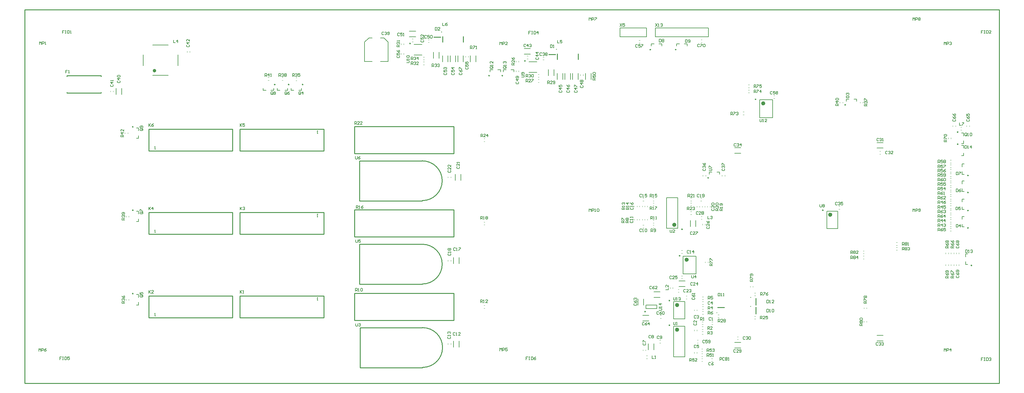
<source format=gto>
G04 Layer_Color=65535*
%FSLAX43Y43*%
%MOMM*%
G71*
G01*
G75*
%ADD30C,0.250*%
%ADD32C,0.500*%
%ADD33C,0.200*%
%ADD34C,0.150*%
%ADD38C,0.254*%
%ADD74C,0.600*%
%ADD75C,0.100*%
D30*
X188250Y36675D02*
G03*
X188250Y36675I-125J0D01*
G01*
X178325Y20625D02*
G03*
X178325Y20625I-125J0D01*
G01*
X137325Y88525D02*
G03*
X137325Y88525I-125J0D01*
G01*
X229400Y49780D02*
G03*
X229400Y49780I-125J0D01*
G01*
X208550Y24700D02*
G03*
X208550Y24700I-50J0D01*
G01*
X210075Y81725D02*
G03*
X210075Y81725I-125J0D01*
G01*
X188950Y44315D02*
G03*
X188950Y44315I-125J0D01*
G01*
X185300Y23780D02*
G03*
X185300Y23780I-125J0D01*
G01*
X110800Y97775D02*
G03*
X110800Y97775I-125J0D01*
G01*
X268150Y72300D02*
G03*
X268150Y72300I-125J0D01*
G01*
X272100Y33900D02*
G03*
X272100Y33900I-125J0D01*
G01*
X152750Y96100D02*
G03*
X152750Y96100I-50J0D01*
G01*
X119750Y101100D02*
G03*
X119750Y101100I-50J0D01*
G01*
X235825Y80125D02*
G03*
X235825Y80125I-125J0D01*
G01*
X271100Y44700D02*
G03*
X271100Y44700I-125J0D01*
G01*
Y49700D02*
G03*
X271100Y49700I-125J0D01*
G01*
Y54900D02*
G03*
X271100Y54900I-125J0D01*
G01*
Y59800D02*
G03*
X271100Y59800I-125J0D01*
G01*
X179825Y96025D02*
G03*
X179825Y96025I-125J0D01*
G01*
X187125D02*
G03*
X187125Y96025I-125J0D01*
G01*
X79925Y85975D02*
G03*
X79925Y85975I-125J0D01*
G01*
X31150Y25800D02*
G03*
X31150Y25800I-125J0D01*
G01*
X75925Y85975D02*
G03*
X75925Y85975I-125J0D01*
G01*
X31150Y49800D02*
G03*
X31150Y49800I-125J0D01*
G01*
X71925Y85975D02*
G03*
X71925Y85975I-125J0D01*
G01*
X31150Y73800D02*
G03*
X31150Y73800I-125J0D01*
G01*
X185300Y16685D02*
G03*
X185300Y16685I-125J0D01*
G01*
X196455Y59095D02*
G03*
X196455Y59095I-125J0D01*
G01*
X143800Y92775D02*
G03*
X143800Y92775I-125J0D01*
G01*
X208550Y22100D02*
G03*
X208550Y22100I-50J0D01*
G01*
X198850Y20300D02*
G03*
X198850Y20300I-50J0D01*
G01*
X268150Y68800D02*
G03*
X268150Y68800I-125J0D01*
G01*
X133525Y88525D02*
G03*
X133525Y88525I-125J0D01*
G01*
X210000Y22525D02*
Y24475D01*
X150525Y94600D02*
X152475D01*
X117525Y99600D02*
X119475D01*
X210000Y19925D02*
Y21875D01*
X199025Y21800D02*
X200975D01*
D32*
X37500Y89950D02*
G03*
X37500Y89950I-250J0D01*
G01*
D33*
X36750Y97350D02*
X41250D01*
X36750Y88650D02*
X41250D01*
X44000Y91450D02*
Y94550D01*
X34000Y91450D02*
Y94550D01*
X189150Y31450D02*
Y36550D01*
X192850Y31450D02*
Y36550D01*
X189150D02*
X192850D01*
X189150Y31450D02*
X192850D01*
X178450Y21500D02*
Y22500D01*
X181550Y21500D02*
Y22500D01*
X178450Y21500D02*
X181550D01*
X178450Y22500D02*
X181550D01*
X137500Y89600D02*
Y90200D01*
X138300D01*
X140500Y89600D02*
Y90200D01*
X139700D02*
X140500D01*
X230400Y44500D02*
X233600D01*
X230400Y49500D02*
X233600D01*
Y44500D02*
Y49500D01*
X230400Y44500D02*
Y49500D01*
X211150Y76450D02*
X214850D01*
X211150Y81550D02*
X214850D01*
Y76450D02*
Y81550D01*
X211150Y76450D02*
Y81550D01*
X97600Y92600D02*
Y98150D01*
Y92600D02*
X99800D01*
X102200D02*
X104400D01*
Y98150D01*
X98850Y99400D02*
X99800D01*
X97600Y98150D02*
X98850Y99400D01*
X103150D02*
X104400Y98150D01*
X102200Y99400D02*
X103150D01*
X181140Y102270D02*
X196380D01*
Y99730D02*
Y102270D01*
X181140Y99730D02*
X196380D01*
X181140D02*
Y102270D01*
X170980Y99730D02*
Y102270D01*
Y99730D02*
X178600D01*
Y102270D01*
X170980D02*
X178600D01*
X184400Y53375D02*
X187600D01*
X184400Y44625D02*
X187600D01*
X184400D02*
Y53375D01*
X187600Y44625D02*
Y53375D01*
X186400Y18500D02*
X189600D01*
X186400Y23500D02*
X189600D01*
Y18500D02*
Y23500D01*
X186400Y18500D02*
Y23500D01*
X124400Y92500D02*
Y94300D01*
X126000Y92500D02*
Y94300D01*
X129600Y92500D02*
Y94300D01*
X128000Y92500D02*
Y94300D01*
X111850Y97550D02*
X114150D01*
X111850Y94450D02*
X114150D01*
X269700Y69000D02*
Y69800D01*
X269100Y69000D02*
X269700D01*
Y71200D02*
Y72000D01*
X269100D02*
X269700D01*
X270300Y36400D02*
Y37200D01*
X270900D01*
X270300Y34200D02*
Y35000D01*
Y34200D02*
X270900D01*
X180700Y9600D02*
Y11400D01*
X179100Y9600D02*
Y11400D01*
X123200Y10400D02*
Y12200D01*
X124800Y10400D02*
Y12200D01*
X123200Y34400D02*
Y36200D01*
X124800Y34400D02*
Y36200D01*
X123700Y58400D02*
Y60200D01*
X125300Y58400D02*
Y60200D01*
X187900Y27800D02*
X189700D01*
X187900Y29400D02*
X189700D01*
X191200Y45100D02*
Y46900D01*
X192800Y45100D02*
Y46900D01*
X203930Y11770D02*
X205730D01*
X203930Y10170D02*
X205730D01*
X244830Y67670D02*
X246630D01*
X244830Y69270D02*
X246630D01*
X244830Y13770D02*
X246630D01*
X244830Y12170D02*
X246630D01*
X203930Y66170D02*
X205730D01*
X203930Y67770D02*
X205730D01*
X26200Y83100D02*
Y84900D01*
X27800Y83100D02*
Y84900D01*
X143500Y94700D02*
X145300D01*
X143500Y96300D02*
X145300D01*
X153000Y87400D02*
Y89200D01*
X154600Y87400D02*
Y89200D01*
X155200Y87400D02*
Y89200D01*
X156800Y87400D02*
Y89200D01*
X157400Y87400D02*
Y89200D01*
X159000Y87400D02*
Y89200D01*
X110500Y99700D02*
X112300D01*
X110500Y101300D02*
X112300D01*
X120000Y92500D02*
Y94300D01*
X121600Y92500D02*
Y94300D01*
X122200Y92500D02*
Y94300D01*
X123800Y92500D02*
Y94300D01*
X236000Y81200D02*
Y81800D01*
X236800D01*
X239000Y81200D02*
Y81800D01*
X238200D02*
X239000D01*
X269300Y45000D02*
X269900D01*
X269300D02*
Y45800D01*
Y48000D02*
X269900D01*
X269300Y47200D02*
Y48000D01*
Y50000D02*
X269900D01*
X269300D02*
Y50800D01*
Y53000D02*
X269900D01*
X269300Y52200D02*
Y53000D01*
Y55200D02*
X269900D01*
X269300D02*
Y56000D01*
Y58200D02*
X269900D01*
X269300Y57400D02*
Y58200D01*
Y60100D02*
X269900D01*
X269300D02*
Y60900D01*
Y63100D02*
X269900D01*
X269300Y62300D02*
Y63100D01*
X180000Y97100D02*
Y97700D01*
X180800D01*
X183000Y97100D02*
Y97700D01*
X182200D02*
X183000D01*
X187300Y97100D02*
Y97700D01*
X188100D01*
X190300Y97100D02*
Y97700D01*
X189500D02*
X190300D01*
X79500Y84300D02*
Y84900D01*
X78700Y84300D02*
X79500D01*
X76500D02*
Y84900D01*
Y84300D02*
X77300D01*
X32100Y25500D02*
X32700D01*
Y24700D02*
Y25500D01*
X32100Y22500D02*
X32700D01*
Y23300D01*
X75500Y84300D02*
Y84900D01*
X74700Y84300D02*
X75500D01*
X72500D02*
Y84900D01*
Y84300D02*
X73300D01*
X32100Y49500D02*
X32700D01*
Y48700D02*
Y49500D01*
X32100Y46500D02*
X32700D01*
Y47300D01*
X71500Y84300D02*
Y84900D01*
X70700Y84300D02*
X71500D01*
X68500D02*
Y84900D01*
Y84300D02*
X69300D01*
X32100Y73500D02*
X32700D01*
Y72700D02*
Y73500D01*
X32100Y70500D02*
X32700D01*
Y71300D01*
X150400Y88500D02*
Y90300D01*
X152000Y88500D02*
Y90300D01*
X117400Y93500D02*
Y95300D01*
X119000Y93500D02*
Y95300D01*
X186400Y7625D02*
X189600D01*
X186400Y16375D02*
X189600D01*
Y7625D02*
Y16375D01*
X186400Y7625D02*
Y16375D01*
X196630Y60170D02*
Y60770D01*
X197430D01*
X199630Y60170D02*
Y60770D01*
X198830D02*
X199630D01*
X144850Y89450D02*
X147150D01*
X144850Y92550D02*
X147150D01*
X180700Y24700D02*
X182500D01*
X180700Y26300D02*
X182500D01*
X176200Y22500D02*
Y24300D01*
X177800Y22500D02*
Y24300D01*
X177500Y19500D02*
X179300D01*
X177500Y17900D02*
X179300D01*
X269100Y68500D02*
X269700D01*
Y67700D02*
Y68500D01*
X269100Y65500D02*
X269700D01*
Y66300D01*
X133700Y89600D02*
Y90200D01*
X134500D01*
X136700Y89600D02*
Y90200D01*
X135900D02*
X136700D01*
X162700Y87400D02*
Y89200D01*
X161100Y87400D02*
Y89200D01*
D34*
X42700Y98800D02*
Y98000D01*
X43233D01*
X43900D02*
Y98800D01*
X43500Y98400D01*
X44033D01*
X191600Y31050D02*
Y30383D01*
X191733Y30250D01*
X192000D01*
X192133Y30383D01*
Y31050D01*
X192800Y30250D02*
Y31050D01*
X192400Y30650D01*
X192933D01*
X120026Y103713D02*
Y102913D01*
X120560D01*
X121359Y103713D02*
X121093Y103580D01*
X120826Y103313D01*
Y103047D01*
X120959Y102913D01*
X121226D01*
X121359Y103047D01*
Y103180D01*
X121226Y103313D01*
X120826D01*
X182200Y21000D02*
X182867D01*
X183000Y21133D01*
Y21400D01*
X182867Y21533D01*
X182200D01*
X183000Y21800D02*
Y22066D01*
Y21933D01*
X182200D01*
X182334Y21800D01*
X183000Y22866D02*
X182200D01*
X182600Y22466D01*
Y22999D01*
X138167Y91133D02*
X137634D01*
X137500Y91000D01*
Y90733D01*
X137634Y90600D01*
X138167D01*
X138300Y90733D01*
Y91000D01*
X138033Y90867D02*
X138300Y91133D01*
Y91000D02*
X138167Y91133D01*
X138300Y91400D02*
Y91666D01*
Y91533D01*
X137500D01*
X137634Y91400D01*
Y92066D02*
X137500Y92199D01*
Y92466D01*
X137634Y92599D01*
X137767D01*
X137900Y92466D01*
Y92333D01*
Y92466D01*
X138033Y92599D01*
X138167D01*
X138300Y92466D01*
Y92199D01*
X138167Y92066D01*
X228434Y51491D02*
Y50824D01*
X228567Y50691D01*
X228833D01*
X228967Y50824D01*
Y51491D01*
X229233Y51357D02*
X229367Y51491D01*
X229633D01*
X229766Y51357D01*
Y51224D01*
X229633Y51091D01*
X229766Y50958D01*
Y50824D01*
X229633Y50691D01*
X229367D01*
X229233Y50824D01*
Y50958D01*
X229367Y51091D01*
X229233Y51224D01*
Y51357D01*
X229367Y51091D02*
X229633D01*
X213200Y23900D02*
Y23100D01*
X213600D01*
X213733Y23233D01*
Y23766D01*
X213600Y23900D01*
X213200D01*
X214000Y23100D02*
X214266D01*
X214133D01*
Y23900D01*
X214000Y23766D01*
X215199Y23100D02*
X214666D01*
X215199Y23633D01*
Y23766D01*
X215066Y23900D01*
X214799D01*
X214666Y23766D01*
X240700Y16600D02*
X239900D01*
Y17000D01*
X240034Y17133D01*
X240300D01*
X240433Y17000D01*
Y16600D01*
Y16867D02*
X240700Y17133D01*
X240034Y17400D02*
X239900Y17533D01*
Y17800D01*
X240034Y17933D01*
X240167D01*
X240300Y17800D01*
X240433Y17933D01*
X240567D01*
X240700Y17800D01*
Y17533D01*
X240567Y17400D01*
X240433D01*
X240300Y17533D01*
X240167Y17400D01*
X240034D01*
X240300Y17533D02*
Y17800D01*
X240034Y18199D02*
X239900Y18333D01*
Y18599D01*
X240034Y18733D01*
X240567D01*
X240700Y18599D01*
Y18333D01*
X240567Y18199D01*
X240034D01*
X211200Y76000D02*
Y75333D01*
X211333Y75200D01*
X211600D01*
X211733Y75333D01*
Y76000D01*
X212000Y75200D02*
X212266D01*
X212133D01*
Y76000D01*
X212000Y75866D01*
X213199Y75200D02*
X212666D01*
X213199Y75733D01*
Y75866D01*
X213066Y76000D01*
X212799D01*
X212666Y75866D01*
X12279Y90073D02*
X11746D01*
Y89673D01*
X12013D01*
X11746D01*
Y89274D01*
X12546D02*
X12813D01*
X12679D01*
Y90073D01*
X12546Y89940D01*
X94800Y74500D02*
Y75300D01*
X95200D01*
X95333Y75166D01*
Y74900D01*
X95200Y74767D01*
X94800D01*
X95067D02*
X95333Y74500D01*
X96133D02*
X95600D01*
X96133Y75033D01*
Y75166D01*
X96000Y75300D01*
X95733D01*
X95600Y75166D01*
X96933Y74500D02*
X96399D01*
X96933Y75033D01*
Y75166D01*
X96799Y75300D01*
X96533D01*
X96399Y75166D01*
X196200Y48100D02*
Y47300D01*
X196733D01*
X197000Y47966D02*
X197133Y48100D01*
X197400D01*
X197533Y47966D01*
Y47833D01*
X197400Y47700D01*
X197266D01*
X197400D01*
X197533Y47567D01*
Y47433D01*
X197400Y47300D01*
X197133D01*
X197000Y47433D01*
X103133Y100966D02*
X103000Y101100D01*
X102733D01*
X102600Y100966D01*
Y100433D01*
X102733Y100300D01*
X103000D01*
X103133Y100433D01*
X103400Y100966D02*
X103533Y101100D01*
X103800D01*
X103933Y100966D01*
Y100833D01*
X103800Y100700D01*
X103666D01*
X103800D01*
X103933Y100567D01*
Y100433D01*
X103800Y100300D01*
X103533D01*
X103400Y100433D01*
X104199D02*
X104333Y100300D01*
X104599D01*
X104733Y100433D01*
Y100966D01*
X104599Y101100D01*
X104333D01*
X104199Y100966D01*
Y100833D01*
X104333Y100700D01*
X104733D01*
X181200Y103500D02*
X181733Y102700D01*
Y103500D02*
X181200Y102700D01*
X182000D02*
X182266D01*
X182133D01*
Y103500D01*
X182000Y103366D01*
X182666D02*
X182799Y103500D01*
X183066D01*
X183199Y103366D01*
Y103233D01*
X183066Y103100D01*
X182933D01*
X183066D01*
X183199Y102967D01*
Y102833D01*
X183066Y102700D01*
X182799D01*
X182666Y102833D01*
X171000Y103500D02*
X171533Y102700D01*
Y103500D02*
X171000Y102700D01*
X172333Y103500D02*
X171800D01*
Y103100D01*
X172066Y103233D01*
X172200D01*
X172333Y103100D01*
Y102833D01*
X172200Y102700D01*
X171933D01*
X171800Y102833D01*
X144559Y7588D02*
X144025D01*
Y7188D01*
X144292D01*
X144025D01*
Y6788D01*
X144825Y7588D02*
X145092D01*
X144958D01*
Y6788D01*
X144825D01*
X145092D01*
X145492Y7588D02*
Y6788D01*
X145891D01*
X146025Y6921D01*
Y7454D01*
X145891Y7588D01*
X145492D01*
X146824D02*
X146558Y7454D01*
X146291Y7188D01*
Y6921D01*
X146425Y6788D01*
X146691D01*
X146824Y6921D01*
Y7054D01*
X146691Y7188D01*
X146291D01*
X185400Y44200D02*
Y43533D01*
X185533Y43400D01*
X185800D01*
X185933Y43533D01*
Y44200D01*
X186733Y43400D02*
X186200D01*
X186733Y43933D01*
Y44066D01*
X186600Y44200D01*
X186333D01*
X186200Y44066D01*
X186400Y24700D02*
Y24033D01*
X186533Y23900D01*
X186800D01*
X186933Y24033D01*
Y24700D01*
X187200Y23900D02*
X187466D01*
X187333D01*
Y24700D01*
X187200Y24566D01*
X187866D02*
X187999Y24700D01*
X188266D01*
X188399Y24566D01*
Y24433D01*
X188266Y24300D01*
X188133D01*
X188266D01*
X188399Y24167D01*
Y24033D01*
X188266Y23900D01*
X187999D01*
X187866Y24033D01*
X124934Y89333D02*
X124800Y89200D01*
Y88933D01*
X124934Y88800D01*
X125467D01*
X125600Y88933D01*
Y89200D01*
X125467Y89333D01*
X124800Y90133D02*
X124934Y89866D01*
X125200Y89600D01*
X125467D01*
X125600Y89733D01*
Y90000D01*
X125467Y90133D01*
X125333D01*
X125200Y90000D01*
Y89600D01*
X124800Y90399D02*
Y90933D01*
X124934D01*
X125467Y90399D01*
X125600D01*
X193833Y97466D02*
X193700Y97600D01*
X193433D01*
X193300Y97466D01*
Y96933D01*
X193433Y96800D01*
X193700D01*
X193833Y96933D01*
X194100Y97600D02*
X194633D01*
Y97466D01*
X194100Y96933D01*
Y96800D01*
X194899Y97466D02*
X195033Y97600D01*
X195299D01*
X195433Y97466D01*
Y96933D01*
X195299Y96800D01*
X195033D01*
X194899Y96933D01*
Y97466D01*
X95000Y65300D02*
Y64633D01*
X95133Y64500D01*
X95400D01*
X95533Y64633D01*
Y65300D01*
X96333D02*
X96066Y65166D01*
X95800Y64900D01*
Y64633D01*
X95933Y64500D01*
X96200D01*
X96333Y64633D01*
Y64767D01*
X96200Y64900D01*
X95800D01*
X4200Y97500D02*
Y98300D01*
X4467Y98033D01*
X4733Y98300D01*
Y97500D01*
X5000D02*
Y98300D01*
X5400D01*
X5533Y98166D01*
Y97900D01*
X5400Y97767D01*
X5000D01*
X5799Y97500D02*
X6066D01*
X5933D01*
Y98300D01*
X5799Y98166D01*
X255172Y49421D02*
Y50221D01*
X255438Y49954D01*
X255705Y50221D01*
Y49421D01*
X255972D02*
Y50221D01*
X256371D01*
X256505Y50087D01*
Y49821D01*
X256371Y49688D01*
X255972D01*
X256771Y49554D02*
X256905Y49421D01*
X257171D01*
X257304Y49554D01*
Y50087D01*
X257171Y50221D01*
X256905D01*
X256771Y50087D01*
Y49954D01*
X256905Y49821D01*
X257304D01*
X162157Y104412D02*
Y105212D01*
X162424Y104945D01*
X162690Y105212D01*
Y104412D01*
X162957D02*
Y105212D01*
X163357D01*
X163490Y105078D01*
Y104812D01*
X163357Y104679D01*
X162957D01*
X163756Y105212D02*
X164290D01*
Y105078D01*
X163756Y104545D01*
Y104412D01*
X128007Y96253D02*
Y97052D01*
X128407D01*
X128540Y96919D01*
Y96652D01*
X128407Y96519D01*
X128007D01*
X128273D02*
X128540Y96253D01*
X128807Y97052D02*
X129340D01*
Y96919D01*
X128807Y96386D01*
Y96253D01*
X129606D02*
X129873D01*
X129740D01*
Y97052D01*
X129606Y96919D01*
X109700Y92300D02*
X110367D01*
X110500Y92433D01*
Y92700D01*
X110367Y92833D01*
X109700D01*
X110500Y93100D02*
Y93366D01*
Y93233D01*
X109700D01*
X109834Y93100D01*
Y93766D02*
X109700Y93899D01*
Y94166D01*
X109834Y94299D01*
X110367D01*
X110500Y94166D01*
Y93899D01*
X110367Y93766D01*
X109834D01*
X35622Y74706D02*
Y73907D01*
Y74173D01*
X36155Y74706D01*
X35755Y74306D01*
X36155Y73907D01*
X36955Y74706D02*
X36689Y74573D01*
X36422Y74306D01*
Y74040D01*
X36555Y73907D01*
X36822D01*
X36955Y74040D01*
Y74173D01*
X36822Y74306D01*
X36422D01*
X37300Y67375D02*
X37567D01*
X37433D01*
Y68175D01*
X37300Y68041D01*
X237300Y35800D02*
Y36600D01*
X237700D01*
X237833Y36466D01*
Y36200D01*
X237700Y36067D01*
X237300D01*
X237567D02*
X237833Y35800D01*
X238100Y36466D02*
X238233Y36600D01*
X238500D01*
X238633Y36466D01*
Y36333D01*
X238500Y36200D01*
X238633Y36067D01*
Y35933D01*
X238500Y35800D01*
X238233D01*
X238100Y35933D01*
Y36067D01*
X238233Y36200D01*
X238100Y36333D01*
Y36466D01*
X238233Y36200D02*
X238500D01*
X239299Y35800D02*
Y36600D01*
X238899Y36200D01*
X239433D01*
X252100Y38300D02*
Y39100D01*
X252500D01*
X252633Y38966D01*
Y38700D01*
X252500Y38567D01*
X252100D01*
X252367D02*
X252633Y38300D01*
X252900Y38966D02*
X253033Y39100D01*
X253300D01*
X253433Y38966D01*
Y38833D01*
X253300Y38700D01*
X253433Y38567D01*
Y38433D01*
X253300Y38300D01*
X253033D01*
X252900Y38433D01*
Y38567D01*
X253033Y38700D01*
X252900Y38833D01*
Y38966D01*
X253033Y38700D02*
X253300D01*
X253699Y38966D02*
X253833Y39100D01*
X254099D01*
X254233Y38966D01*
Y38833D01*
X254099Y38700D01*
X253966D01*
X254099D01*
X254233Y38567D01*
Y38433D01*
X254099Y38300D01*
X253833D01*
X253699Y38433D01*
X237300Y37300D02*
Y38100D01*
X237700D01*
X237833Y37966D01*
Y37700D01*
X237700Y37567D01*
X237300D01*
X237567D02*
X237833Y37300D01*
X238100Y37966D02*
X238233Y38100D01*
X238500D01*
X238633Y37966D01*
Y37833D01*
X238500Y37700D01*
X238633Y37567D01*
Y37433D01*
X238500Y37300D01*
X238233D01*
X238100Y37433D01*
Y37567D01*
X238233Y37700D01*
X238100Y37833D01*
Y37966D01*
X238233Y37700D02*
X238500D01*
X239433Y37300D02*
X238899D01*
X239433Y37833D01*
Y37966D01*
X239299Y38100D01*
X239033D01*
X238899Y37966D01*
X252100Y39700D02*
Y40500D01*
X252500D01*
X252633Y40366D01*
Y40100D01*
X252500Y39967D01*
X252100D01*
X252367D02*
X252633Y39700D01*
X252900Y40366D02*
X253033Y40500D01*
X253300D01*
X253433Y40366D01*
Y40233D01*
X253300Y40100D01*
X253433Y39967D01*
Y39833D01*
X253300Y39700D01*
X253033D01*
X252900Y39833D01*
Y39967D01*
X253033Y40100D01*
X252900Y40233D01*
Y40366D01*
X253033Y40100D02*
X253300D01*
X253699Y39700D02*
X253966D01*
X253833D01*
Y40500D01*
X253699Y40366D01*
X209500Y85100D02*
Y85900D01*
X209900D01*
X210033Y85766D01*
Y85500D01*
X209900Y85367D01*
X209500D01*
X209767D02*
X210033Y85100D01*
X210300Y85900D02*
X210833D01*
Y85766D01*
X210300Y85233D01*
Y85100D01*
X211633Y85900D02*
X211099D01*
Y85500D01*
X211366Y85633D01*
X211499D01*
X211633Y85500D01*
Y85233D01*
X211499Y85100D01*
X211233D01*
X211099Y85233D01*
X209500Y83600D02*
Y84400D01*
X209900D01*
X210033Y84266D01*
Y84000D01*
X209900Y83867D01*
X209500D01*
X209767D02*
X210033Y83600D01*
X210300Y84400D02*
X210833D01*
Y84266D01*
X210300Y83733D01*
Y83600D01*
X211499D02*
Y84400D01*
X211099Y84000D01*
X211633D01*
X202800Y77200D02*
Y78000D01*
X203200D01*
X203333Y77866D01*
Y77600D01*
X203200Y77467D01*
X202800D01*
X203067D02*
X203333Y77200D01*
X203600Y78000D02*
X204133D01*
Y77866D01*
X203600Y77333D01*
Y77200D01*
X204399Y77866D02*
X204533Y78000D01*
X204799D01*
X204933Y77866D01*
Y77733D01*
X204799Y77600D01*
X204666D01*
X204799D01*
X204933Y77467D01*
Y77333D01*
X204799Y77200D01*
X204533D01*
X204399Y77333D01*
X162157Y49421D02*
Y50221D01*
X162424Y49954D01*
X162690Y50221D01*
Y49421D01*
X162957D02*
Y50221D01*
X163357D01*
X163490Y50087D01*
Y49821D01*
X163357Y49688D01*
X162957D01*
X163756Y49421D02*
X164023D01*
X163890D01*
Y50221D01*
X163756Y50087D01*
X164423D02*
X164556Y50221D01*
X164823D01*
X164956Y50087D01*
Y49554D01*
X164823Y49421D01*
X164556D01*
X164423Y49554D01*
Y50087D01*
X255146Y104412D02*
Y105212D01*
X255413Y104945D01*
X255680Y105212D01*
Y104412D01*
X255946D02*
Y105212D01*
X256346D01*
X256479Y105078D01*
Y104812D01*
X256346Y104679D01*
X255946D01*
X256746Y105078D02*
X256879Y105212D01*
X257146D01*
X257279Y105078D01*
Y104945D01*
X257146Y104812D01*
X257279Y104679D01*
Y104545D01*
X257146Y104412D01*
X256879D01*
X256746Y104545D01*
Y104679D01*
X256879Y104812D01*
X256746Y104945D01*
Y105078D01*
X256879Y104812D02*
X257146D01*
X4000Y9200D02*
Y10000D01*
X4267Y9733D01*
X4533Y10000D01*
Y9200D01*
X4800D02*
Y10000D01*
X5200D01*
X5333Y9866D01*
Y9600D01*
X5200Y9467D01*
X4800D01*
X6133Y10000D02*
X5866Y9866D01*
X5599Y9600D01*
Y9333D01*
X5733Y9200D01*
X5999D01*
X6133Y9333D01*
Y9467D01*
X5999Y9600D01*
X5599D01*
X136500Y9300D02*
Y10100D01*
X136767Y9833D01*
X137033Y10100D01*
Y9300D01*
X137300D02*
Y10100D01*
X137700D01*
X137833Y9966D01*
Y9700D01*
X137700Y9567D01*
X137300D01*
X138633Y10100D02*
X138099D01*
Y9700D01*
X138366Y9833D01*
X138499D01*
X138633Y9700D01*
Y9433D01*
X138499Y9300D01*
X138233D01*
X138099Y9433D01*
X264100Y9200D02*
Y10000D01*
X264367Y9733D01*
X264633Y10000D01*
Y9200D01*
X264900D02*
Y10000D01*
X265300D01*
X265433Y9866D01*
Y9600D01*
X265300Y9467D01*
X264900D01*
X266099Y9200D02*
Y10000D01*
X265699Y9600D01*
X266233D01*
X264100Y97400D02*
Y98200D01*
X264367Y97933D01*
X264633Y98200D01*
Y97400D01*
X264900D02*
Y98200D01*
X265300D01*
X265433Y98066D01*
Y97800D01*
X265300Y97667D01*
X264900D01*
X265699Y98066D02*
X265833Y98200D01*
X266099D01*
X266233Y98066D01*
Y97933D01*
X266099Y97800D01*
X265966D01*
X266099D01*
X266233Y97667D01*
Y97533D01*
X266099Y97400D01*
X265833D01*
X265699Y97533D01*
X136500Y97400D02*
Y98200D01*
X136767Y97933D01*
X137033Y98200D01*
Y97400D01*
X137300D02*
Y98200D01*
X137700D01*
X137833Y98066D01*
Y97800D01*
X137700Y97667D01*
X137300D01*
X138633Y97400D02*
X138099D01*
X138633Y97933D01*
Y98066D01*
X138499Y98200D01*
X138233D01*
X138099Y98066D01*
X264900Y69500D02*
X264100D01*
Y69900D01*
X264234Y70033D01*
X264500D01*
X264633Y69900D01*
Y69500D01*
Y69767D02*
X264900Y70033D01*
X264100Y70300D02*
Y70833D01*
X264234D01*
X264767Y70300D01*
X264900D01*
X264234Y71099D02*
X264100Y71233D01*
Y71499D01*
X264234Y71633D01*
X264767D01*
X264900Y71499D01*
Y71233D01*
X264767Y71099D01*
X264234D01*
X265400Y30300D02*
X264600D01*
Y30700D01*
X264734Y30833D01*
X265000D01*
X265133Y30700D01*
Y30300D01*
Y30567D02*
X265400Y30833D01*
X264600Y31633D02*
X264734Y31366D01*
X265000Y31100D01*
X265267D01*
X265400Y31233D01*
Y31500D01*
X265267Y31633D01*
X265133D01*
X265000Y31500D01*
Y31100D01*
X265267Y31899D02*
X265400Y32033D01*
Y32299D01*
X265267Y32433D01*
X264734D01*
X264600Y32299D01*
Y32033D01*
X264734Y31899D01*
X264867D01*
X265000Y32033D01*
Y32433D01*
X265400Y38900D02*
X264600D01*
Y39300D01*
X264734Y39433D01*
X265000D01*
X265133Y39300D01*
Y38900D01*
Y39167D02*
X265400Y39433D01*
X264600Y40233D02*
X264734Y39966D01*
X265000Y39700D01*
X265267D01*
X265400Y39833D01*
Y40100D01*
X265267Y40233D01*
X265133D01*
X265000Y40100D01*
Y39700D01*
X264734Y40499D02*
X264600Y40633D01*
Y40899D01*
X264734Y41033D01*
X264867D01*
X265000Y40899D01*
X265133Y41033D01*
X265267D01*
X265400Y40899D01*
Y40633D01*
X265267Y40499D01*
X265133D01*
X265000Y40633D01*
X264867Y40499D01*
X264734D01*
X265000Y40633D02*
Y40899D01*
X266900Y30300D02*
X266100D01*
Y30700D01*
X266234Y30833D01*
X266500D01*
X266633Y30700D01*
Y30300D01*
Y30567D02*
X266900Y30833D01*
X266100Y31633D02*
X266234Y31366D01*
X266500Y31100D01*
X266767D01*
X266900Y31233D01*
Y31500D01*
X266767Y31633D01*
X266633D01*
X266500Y31500D01*
Y31100D01*
X266100Y31899D02*
Y32433D01*
X266234D01*
X266767Y31899D01*
X266900D01*
Y38900D02*
X266100D01*
Y39300D01*
X266234Y39433D01*
X266500D01*
X266633Y39300D01*
Y38900D01*
Y39167D02*
X266900Y39433D01*
X266100Y40233D02*
X266234Y39966D01*
X266500Y39700D01*
X266767D01*
X266900Y39833D01*
Y40100D01*
X266767Y40233D01*
X266633D01*
X266500Y40100D01*
Y39700D01*
X266100Y41033D02*
X266234Y40766D01*
X266500Y40499D01*
X266767D01*
X266900Y40633D01*
Y40899D01*
X266767Y41033D01*
X266633D01*
X266500Y40899D01*
Y40499D01*
X270633Y71333D02*
Y71866D01*
X270500Y72000D01*
X270233D01*
X270100Y71866D01*
Y71333D01*
X270233Y71200D01*
X270500D01*
X270367Y71467D02*
X270633Y71200D01*
X270500D02*
X270633Y71333D01*
X270900Y71200D02*
X271166D01*
X271033D01*
Y72000D01*
X270900Y71866D01*
X271566D02*
X271699Y72000D01*
X271966D01*
X272099Y71866D01*
Y71333D01*
X271966Y71200D01*
X271699D01*
X271566Y71333D01*
Y71866D01*
X268500Y75000D02*
Y74200D01*
X269033D01*
X269300Y75000D02*
X269833D01*
Y74866D01*
X269300Y74333D01*
Y74200D01*
X270300Y38400D02*
Y37600D01*
X270700D01*
X270833Y37733D01*
Y38266D01*
X270700Y38400D01*
X270300D01*
X271100Y37600D02*
X271366D01*
X271233D01*
Y38400D01*
X271100Y38266D01*
X271766D02*
X271899Y38400D01*
X272166D01*
X272299Y38266D01*
Y38133D01*
X272166Y38000D01*
X272033D01*
X272166D01*
X272299Y37867D01*
Y37733D01*
X272166Y37600D01*
X271899D01*
X271766Y37733D01*
X266734Y75933D02*
X266600Y75800D01*
Y75533D01*
X266734Y75400D01*
X267267D01*
X267400Y75533D01*
Y75800D01*
X267267Y75933D01*
X266600Y76733D02*
X266734Y76466D01*
X267000Y76200D01*
X267267D01*
X267400Y76333D01*
Y76600D01*
X267267Y76733D01*
X267133D01*
X267000Y76600D01*
Y76200D01*
X266600Y77533D02*
X266734Y77266D01*
X267000Y76999D01*
X267267D01*
X267400Y77133D01*
Y77399D01*
X267267Y77533D01*
X267133D01*
X267000Y77399D01*
Y76999D01*
X270734Y75933D02*
X270600Y75800D01*
Y75533D01*
X270734Y75400D01*
X271267D01*
X271400Y75533D01*
Y75800D01*
X271267Y75933D01*
X270600Y76733D02*
X270734Y76466D01*
X271000Y76200D01*
X271267D01*
X271400Y76333D01*
Y76600D01*
X271267Y76733D01*
X271133D01*
X271000Y76600D01*
Y76200D01*
X270600Y77533D02*
Y76999D01*
X271000D01*
X270867Y77266D01*
Y77399D01*
X271000Y77533D01*
X271267D01*
X271400Y77399D01*
Y77133D01*
X271267Y76999D01*
X197133Y18766D02*
X197000Y18900D01*
X196733D01*
X196600Y18766D01*
Y18233D01*
X196733Y18100D01*
X197000D01*
X197133Y18233D01*
X197400Y18100D02*
X197666D01*
X197533D01*
Y18900D01*
X197400Y18766D01*
X192334Y17233D02*
X192200Y17100D01*
Y16833D01*
X192334Y16700D01*
X192867D01*
X193000Y16833D01*
Y17100D01*
X192867Y17233D01*
X193000Y18033D02*
Y17500D01*
X192467Y18033D01*
X192334D01*
X192200Y17900D01*
Y17633D01*
X192334Y17500D01*
X192833Y19366D02*
X192700Y19500D01*
X192433D01*
X192300Y19366D01*
Y18833D01*
X192433Y18700D01*
X192700D01*
X192833Y18833D01*
X193100Y19366D02*
X193233Y19500D01*
X193500D01*
X193633Y19366D01*
Y19233D01*
X193500Y19100D01*
X193366D01*
X193500D01*
X193633Y18967D01*
Y18833D01*
X193500Y18700D01*
X193233D01*
X193100Y18833D01*
X196833Y23366D02*
X196700Y23500D01*
X196433D01*
X196300Y23366D01*
Y22833D01*
X196433Y22700D01*
X196700D01*
X196833Y22833D01*
X197500Y22700D02*
Y23500D01*
X197100Y23100D01*
X197633D01*
X192833Y10866D02*
X192700Y11000D01*
X192433D01*
X192300Y10866D01*
Y10333D01*
X192433Y10200D01*
X192700D01*
X192833Y10333D01*
X193633Y11000D02*
X193100D01*
Y10600D01*
X193366Y10733D01*
X193500D01*
X193633Y10600D01*
Y10333D01*
X193500Y10200D01*
X193233D01*
X193100Y10333D01*
X197033Y5866D02*
X196900Y6000D01*
X196633D01*
X196500Y5866D01*
Y5333D01*
X196633Y5200D01*
X196900D01*
X197033Y5333D01*
X197833Y6000D02*
X197566Y5866D01*
X197300Y5600D01*
Y5333D01*
X197433Y5200D01*
X197700D01*
X197833Y5333D01*
Y5467D01*
X197700Y5600D01*
X197300D01*
X177734Y11533D02*
X177600Y11400D01*
Y11133D01*
X177734Y11000D01*
X178267D01*
X178400Y11133D01*
Y11400D01*
X178267Y11533D01*
X177600Y11800D02*
Y12333D01*
X177734D01*
X178267Y11800D01*
X178400D01*
X179833Y13666D02*
X179700Y13800D01*
X179433D01*
X179300Y13666D01*
Y13133D01*
X179433Y13000D01*
X179700D01*
X179833Y13133D01*
X180100Y13666D02*
X180233Y13800D01*
X180500D01*
X180633Y13666D01*
Y13533D01*
X180500Y13400D01*
X180633Y13267D01*
Y13133D01*
X180500Y13000D01*
X180233D01*
X180100Y13133D01*
Y13267D01*
X180233Y13400D01*
X180100Y13533D01*
Y13666D01*
X180233Y13400D02*
X180500D01*
X182233Y13466D02*
X182100Y13600D01*
X181833D01*
X181700Y13466D01*
Y12933D01*
X181833Y12800D01*
X182100D01*
X182233Y12933D01*
X182500D02*
X182633Y12800D01*
X182900D01*
X183033Y12933D01*
Y13466D01*
X182900Y13600D01*
X182633D01*
X182500Y13466D01*
Y13333D01*
X182633Y13200D01*
X183033D01*
X177233Y44266D02*
X177100Y44400D01*
X176833D01*
X176700Y44266D01*
Y43733D01*
X176833Y43600D01*
X177100D01*
X177233Y43733D01*
X177500Y43600D02*
X177766D01*
X177633D01*
Y44400D01*
X177500Y44266D01*
X178166D02*
X178299Y44400D01*
X178566D01*
X178699Y44266D01*
Y43733D01*
X178566Y43600D01*
X178299D01*
X178166Y43733D01*
Y44266D01*
X174034Y46733D02*
X173900Y46600D01*
Y46333D01*
X174034Y46200D01*
X174567D01*
X174700Y46333D01*
Y46600D01*
X174567Y46733D01*
X174700Y47000D02*
Y47266D01*
Y47133D01*
X173900D01*
X174034Y47000D01*
X174700Y47666D02*
Y47933D01*
Y47799D01*
X173900D01*
X174034Y47666D01*
X123633Y14466D02*
X123500Y14600D01*
X123233D01*
X123100Y14466D01*
Y13933D01*
X123233Y13800D01*
X123500D01*
X123633Y13933D01*
X123900Y13800D02*
X124166D01*
X124033D01*
Y14600D01*
X123900Y14466D01*
X125099Y13800D02*
X124566D01*
X125099Y14333D01*
Y14466D01*
X124966Y14600D01*
X124699D01*
X124566Y14466D01*
X121634Y13333D02*
X121500Y13200D01*
Y12933D01*
X121634Y12800D01*
X122167D01*
X122300Y12933D01*
Y13200D01*
X122167Y13333D01*
X122300Y13600D02*
Y13866D01*
Y13733D01*
X121500D01*
X121634Y13600D01*
Y14266D02*
X121500Y14399D01*
Y14666D01*
X121634Y14799D01*
X121767D01*
X121900Y14666D01*
Y14533D01*
Y14666D01*
X122033Y14799D01*
X122167D01*
X122300Y14666D01*
Y14399D01*
X122167Y14266D01*
X190833Y38066D02*
X190700Y38200D01*
X190433D01*
X190300Y38066D01*
Y37533D01*
X190433Y37400D01*
X190700D01*
X190833Y37533D01*
X191100Y37400D02*
X191366D01*
X191233D01*
Y38200D01*
X191100Y38066D01*
X192166Y37400D02*
Y38200D01*
X191766Y37800D01*
X192299D01*
X177233Y54266D02*
X177100Y54400D01*
X176833D01*
X176700Y54266D01*
Y53733D01*
X176833Y53600D01*
X177100D01*
X177233Y53733D01*
X177500Y53600D02*
X177766D01*
X177633D01*
Y54400D01*
X177500Y54266D01*
X178699Y54400D02*
X178166D01*
Y54000D01*
X178433Y54133D01*
X178566D01*
X178699Y54000D01*
Y53733D01*
X178566Y53600D01*
X178299D01*
X178166Y53733D01*
X174134Y50533D02*
X174000Y50400D01*
Y50133D01*
X174134Y50000D01*
X174667D01*
X174800Y50133D01*
Y50400D01*
X174667Y50533D01*
X174800Y50800D02*
Y51066D01*
Y50933D01*
X174000D01*
X174134Y50800D01*
X174000Y51999D02*
X174134Y51733D01*
X174400Y51466D01*
X174667D01*
X174800Y51599D01*
Y51866D01*
X174667Y51999D01*
X174533D01*
X174400Y51866D01*
Y51466D01*
X123735Y38835D02*
X123601Y38969D01*
X123335D01*
X123201Y38835D01*
Y38302D01*
X123335Y38169D01*
X123601D01*
X123735Y38302D01*
X124001Y38169D02*
X124268D01*
X124134D01*
Y38969D01*
X124001Y38835D01*
X124668Y38969D02*
X125201D01*
Y38835D01*
X124668Y38302D01*
Y38169D01*
X121734Y37333D02*
X121600Y37200D01*
Y36933D01*
X121734Y36800D01*
X122267D01*
X122400Y36933D01*
Y37200D01*
X122267Y37333D01*
X122400Y37600D02*
Y37866D01*
Y37733D01*
X121600D01*
X121734Y37600D01*
Y38266D02*
X121600Y38399D01*
Y38666D01*
X121734Y38799D01*
X121867D01*
X122000Y38666D01*
X122133Y38799D01*
X122267D01*
X122400Y38666D01*
Y38399D01*
X122267Y38266D01*
X122133D01*
X122000Y38399D01*
X121867Y38266D01*
X121734D01*
X122000Y38399D02*
Y38666D01*
X193733Y54266D02*
X193600Y54400D01*
X193333D01*
X193200Y54266D01*
Y53733D01*
X193333Y53600D01*
X193600D01*
X193733Y53733D01*
X194000Y53600D02*
X194266D01*
X194133D01*
Y54400D01*
X194000Y54266D01*
X194666Y53733D02*
X194799Y53600D01*
X195066D01*
X195199Y53733D01*
Y54266D01*
X195066Y54400D01*
X194799D01*
X194666Y54266D01*
Y54133D01*
X194799Y54000D01*
X195199D01*
X197434Y50233D02*
X197300Y50100D01*
Y49833D01*
X197434Y49700D01*
X197967D01*
X198100Y49833D01*
Y50100D01*
X197967Y50233D01*
X198100Y51033D02*
Y50500D01*
X197567Y51033D01*
X197434D01*
X197300Y50900D01*
Y50633D01*
X197434Y50500D01*
Y51299D02*
X197300Y51433D01*
Y51699D01*
X197434Y51833D01*
X197967D01*
X198100Y51699D01*
Y51433D01*
X197967Y51299D01*
X197434D01*
X124234Y62333D02*
X124100Y62200D01*
Y61933D01*
X124234Y61800D01*
X124767D01*
X124900Y61933D01*
Y62200D01*
X124767Y62333D01*
X124900Y63133D02*
Y62600D01*
X124367Y63133D01*
X124234D01*
X124100Y63000D01*
Y62733D01*
X124234Y62600D01*
X124900Y63399D02*
Y63666D01*
Y63533D01*
X124100D01*
X124234Y63399D01*
X121734Y61233D02*
X121600Y61100D01*
Y60833D01*
X121734Y60700D01*
X122267D01*
X122400Y60833D01*
Y61100D01*
X122267Y61233D01*
X122400Y62033D02*
Y61500D01*
X121867Y62033D01*
X121734D01*
X121600Y61900D01*
Y61633D01*
X121734Y61500D01*
X122400Y62833D02*
Y62299D01*
X121867Y62833D01*
X121734D01*
X121600Y62699D01*
Y62433D01*
X121734Y62299D01*
X189833Y26866D02*
X189700Y27000D01*
X189433D01*
X189300Y26866D01*
Y26333D01*
X189433Y26200D01*
X189700D01*
X189833Y26333D01*
X190633Y26200D02*
X190100D01*
X190633Y26733D01*
Y26866D01*
X190500Y27000D01*
X190233D01*
X190100Y26866D01*
X190899D02*
X191033Y27000D01*
X191299D01*
X191433Y26866D01*
Y26733D01*
X191299Y26600D01*
X191166D01*
X191299D01*
X191433Y26467D01*
Y26333D01*
X191299Y26200D01*
X191033D01*
X190899Y26333D01*
X191833Y28866D02*
X191700Y29000D01*
X191433D01*
X191300Y28866D01*
Y28333D01*
X191433Y28200D01*
X191700D01*
X191833Y28333D01*
X192633Y28200D02*
X192100D01*
X192633Y28733D01*
Y28866D01*
X192500Y29000D01*
X192233D01*
X192100Y28866D01*
X193299Y28200D02*
Y29000D01*
X192899Y28600D01*
X193433D01*
X185833Y30716D02*
X185700Y30850D01*
X185433D01*
X185300Y30716D01*
Y30183D01*
X185433Y30050D01*
X185700D01*
X185833Y30183D01*
X186633Y30050D02*
X186100D01*
X186633Y30583D01*
Y30716D01*
X186500Y30850D01*
X186233D01*
X186100Y30716D01*
X187433Y30850D02*
X186899D01*
Y30450D01*
X187166Y30583D01*
X187299D01*
X187433Y30450D01*
Y30183D01*
X187299Y30050D01*
X187033D01*
X186899Y30183D01*
X196034Y45033D02*
X195900Y44900D01*
Y44633D01*
X196034Y44500D01*
X196567D01*
X196700Y44633D01*
Y44900D01*
X196567Y45033D01*
X196700Y45833D02*
Y45300D01*
X196167Y45833D01*
X196034D01*
X195900Y45700D01*
Y45433D01*
X196034Y45300D01*
X195900Y46633D02*
X196034Y46366D01*
X196300Y46099D01*
X196567D01*
X196700Y46233D01*
Y46499D01*
X196567Y46633D01*
X196433D01*
X196300Y46499D01*
Y46099D01*
X191733Y43466D02*
X191600Y43600D01*
X191333D01*
X191200Y43466D01*
Y42933D01*
X191333Y42800D01*
X191600D01*
X191733Y42933D01*
X192533Y42800D02*
X192000D01*
X192533Y43333D01*
Y43466D01*
X192400Y43600D01*
X192133D01*
X192000Y43466D01*
X192799Y43600D02*
X193333D01*
Y43466D01*
X192799Y42933D01*
Y42800D01*
X193433Y49266D02*
X193300Y49400D01*
X193033D01*
X192900Y49266D01*
Y48733D01*
X193033Y48600D01*
X193300D01*
X193433Y48733D01*
X194233Y48600D02*
X193700D01*
X194233Y49133D01*
Y49266D01*
X194100Y49400D01*
X193833D01*
X193700Y49266D01*
X194499D02*
X194633Y49400D01*
X194899D01*
X195033Y49266D01*
Y49133D01*
X194899Y49000D01*
X195033Y48867D01*
Y48733D01*
X194899Y48600D01*
X194633D01*
X194499Y48733D01*
Y48867D01*
X194633Y49000D01*
X194499Y49133D01*
Y49266D01*
X194633Y49000D02*
X194899D01*
X204233Y9566D02*
X204100Y9700D01*
X203833D01*
X203700Y9566D01*
Y9033D01*
X203833Y8900D01*
X204100D01*
X204233Y9033D01*
X205033Y8900D02*
X204500D01*
X205033Y9433D01*
Y9566D01*
X204900Y9700D01*
X204633D01*
X204500Y9566D01*
X205299Y9033D02*
X205433Y8900D01*
X205699D01*
X205833Y9033D01*
Y9566D01*
X205699Y9700D01*
X205433D01*
X205299Y9566D01*
Y9433D01*
X205433Y9300D01*
X205833D01*
X206933Y13266D02*
X206800Y13400D01*
X206533D01*
X206400Y13266D01*
Y12733D01*
X206533Y12600D01*
X206800D01*
X206933Y12733D01*
X207200Y13266D02*
X207333Y13400D01*
X207600D01*
X207733Y13266D01*
Y13133D01*
X207600Y13000D01*
X207466D01*
X207600D01*
X207733Y12867D01*
Y12733D01*
X207600Y12600D01*
X207333D01*
X207200Y12733D01*
X207999Y13266D02*
X208133Y13400D01*
X208399D01*
X208533Y13266D01*
Y12733D01*
X208399Y12600D01*
X208133D01*
X207999Y12733D01*
Y13266D01*
X245333Y70366D02*
X245200Y70500D01*
X244933D01*
X244800Y70366D01*
Y69833D01*
X244933Y69700D01*
X245200D01*
X245333Y69833D01*
X245600Y70366D02*
X245733Y70500D01*
X246000D01*
X246133Y70366D01*
Y70233D01*
X246000Y70100D01*
X245866D01*
X246000D01*
X246133Y69967D01*
Y69833D01*
X246000Y69700D01*
X245733D01*
X245600Y69833D01*
X246399Y69700D02*
X246666D01*
X246533D01*
Y70500D01*
X246399Y70366D01*
X247833Y66666D02*
X247700Y66800D01*
X247433D01*
X247300Y66666D01*
Y66133D01*
X247433Y66000D01*
X247700D01*
X247833Y66133D01*
X248100Y66666D02*
X248233Y66800D01*
X248500D01*
X248633Y66666D01*
Y66533D01*
X248500Y66400D01*
X248366D01*
X248500D01*
X248633Y66267D01*
Y66133D01*
X248500Y66000D01*
X248233D01*
X248100Y66133D01*
X249433Y66000D02*
X248899D01*
X249433Y66533D01*
Y66666D01*
X249299Y66800D01*
X249033D01*
X248899Y66666D01*
X245133Y11566D02*
X245000Y11700D01*
X244733D01*
X244600Y11566D01*
Y11033D01*
X244733Y10900D01*
X245000D01*
X245133Y11033D01*
X245400Y11566D02*
X245533Y11700D01*
X245800D01*
X245933Y11566D01*
Y11433D01*
X245800Y11300D01*
X245666D01*
X245800D01*
X245933Y11167D01*
Y11033D01*
X245800Y10900D01*
X245533D01*
X245400Y11033D01*
X246199Y11566D02*
X246333Y11700D01*
X246599D01*
X246733Y11566D01*
Y11433D01*
X246599Y11300D01*
X246466D01*
X246599D01*
X246733Y11167D01*
Y11033D01*
X246599Y10900D01*
X246333D01*
X246199Y11033D01*
X204333Y68866D02*
X204200Y69000D01*
X203933D01*
X203800Y68866D01*
Y68333D01*
X203933Y68200D01*
X204200D01*
X204333Y68333D01*
X204600Y68866D02*
X204733Y69000D01*
X205000D01*
X205133Y68866D01*
Y68733D01*
X205000Y68600D01*
X204866D01*
X205000D01*
X205133Y68467D01*
Y68333D01*
X205000Y68200D01*
X204733D01*
X204600Y68333D01*
X205799Y68200D02*
Y69000D01*
X205399Y68600D01*
X205933D01*
X233433Y51966D02*
X233300Y52100D01*
X233033D01*
X232900Y51966D01*
Y51433D01*
X233033Y51300D01*
X233300D01*
X233433Y51433D01*
X233700Y51966D02*
X233833Y52100D01*
X234100D01*
X234233Y51966D01*
Y51833D01*
X234100Y51700D01*
X233966D01*
X234100D01*
X234233Y51567D01*
Y51433D01*
X234100Y51300D01*
X233833D01*
X233700Y51433D01*
X235033Y52100D02*
X234499D01*
Y51700D01*
X234766Y51833D01*
X234899D01*
X235033Y51700D01*
Y51433D01*
X234899Y51300D01*
X234633D01*
X234499Y51433D01*
X194934Y61733D02*
X194800Y61600D01*
Y61333D01*
X194934Y61200D01*
X195467D01*
X195600Y61333D01*
Y61600D01*
X195467Y61733D01*
X194934Y62000D02*
X194800Y62133D01*
Y62400D01*
X194934Y62533D01*
X195067D01*
X195200Y62400D01*
Y62266D01*
Y62400D01*
X195333Y62533D01*
X195467D01*
X195600Y62400D01*
Y62133D01*
X195467Y62000D01*
X194800Y63333D02*
X194934Y63066D01*
X195200Y62799D01*
X195467D01*
X195600Y62933D01*
Y63199D01*
X195467Y63333D01*
X195333D01*
X195200Y63199D01*
Y62799D01*
X200434Y61733D02*
X200300Y61600D01*
Y61333D01*
X200434Y61200D01*
X200967D01*
X201100Y61333D01*
Y61600D01*
X200967Y61733D01*
X200434Y62000D02*
X200300Y62133D01*
Y62400D01*
X200434Y62533D01*
X200567D01*
X200700Y62400D01*
Y62266D01*
Y62400D01*
X200833Y62533D01*
X200967D01*
X201100Y62400D01*
Y62133D01*
X200967Y62000D01*
X200300Y62799D02*
Y63333D01*
X200434D01*
X200967Y62799D01*
X201100D01*
X148533Y94966D02*
X148400Y95100D01*
X148133D01*
X148000Y94966D01*
Y94433D01*
X148133Y94300D01*
X148400D01*
X148533Y94433D01*
X148800Y94966D02*
X148933Y95100D01*
X149200D01*
X149333Y94966D01*
Y94833D01*
X149200Y94700D01*
X149066D01*
X149200D01*
X149333Y94567D01*
Y94433D01*
X149200Y94300D01*
X148933D01*
X148800Y94433D01*
X149599Y94966D02*
X149733Y95100D01*
X149999D01*
X150133Y94966D01*
Y94833D01*
X149999Y94700D01*
X150133Y94567D01*
Y94433D01*
X149999Y94300D01*
X149733D01*
X149599Y94433D01*
Y94567D01*
X149733Y94700D01*
X149599Y94833D01*
Y94966D01*
X149733Y94700D02*
X149999D01*
X26734Y87033D02*
X26600Y86900D01*
Y86633D01*
X26734Y86500D01*
X27267D01*
X27400Y86633D01*
Y86900D01*
X27267Y87033D01*
X27400Y87700D02*
X26600D01*
X27000Y87300D01*
Y87833D01*
X26734Y88099D02*
X26600Y88233D01*
Y88499D01*
X26734Y88633D01*
X27267D01*
X27400Y88499D01*
Y88233D01*
X27267Y88099D01*
X26734D01*
X24734Y85933D02*
X24600Y85800D01*
Y85533D01*
X24734Y85400D01*
X25267D01*
X25400Y85533D01*
Y85800D01*
X25267Y85933D01*
X25400Y86600D02*
X24600D01*
X25000Y86200D01*
Y86733D01*
X25400Y86999D02*
Y87266D01*
Y87133D01*
X24600D01*
X24734Y86999D01*
X46634Y97333D02*
X46500Y97200D01*
Y96933D01*
X46634Y96800D01*
X47167D01*
X47300Y96933D01*
Y97200D01*
X47167Y97333D01*
X47300Y98000D02*
X46500D01*
X46900Y97600D01*
Y98133D01*
X47300Y98933D02*
Y98400D01*
X46767Y98933D01*
X46634D01*
X46500Y98799D01*
Y98533D01*
X46634Y98400D01*
X143933Y97466D02*
X143800Y97600D01*
X143533D01*
X143400Y97466D01*
Y96933D01*
X143533Y96800D01*
X143800D01*
X143933Y96933D01*
X144600Y96800D02*
Y97600D01*
X144200Y97200D01*
X144733D01*
X144999Y97466D02*
X145133Y97600D01*
X145399D01*
X145533Y97466D01*
Y97333D01*
X145399Y97200D01*
X145266D01*
X145399D01*
X145533Y97067D01*
Y96933D01*
X145399Y96800D01*
X145133D01*
X144999Y96933D01*
X146934Y93733D02*
X146800Y93600D01*
Y93333D01*
X146934Y93200D01*
X147467D01*
X147600Y93333D01*
Y93600D01*
X147467Y93733D01*
X147600Y94400D02*
X146800D01*
X147200Y94000D01*
Y94533D01*
X147600Y95199D02*
X146800D01*
X147200Y94799D01*
Y95333D01*
X153634Y84233D02*
X153500Y84100D01*
Y83833D01*
X153634Y83700D01*
X154167D01*
X154300Y83833D01*
Y84100D01*
X154167Y84233D01*
X154300Y84900D02*
X153500D01*
X153900Y84500D01*
Y85033D01*
X153500Y85833D02*
Y85299D01*
X153900D01*
X153767Y85566D01*
Y85699D01*
X153900Y85833D01*
X154167D01*
X154300Y85699D01*
Y85433D01*
X154167Y85299D01*
X155834Y84233D02*
X155700Y84100D01*
Y83833D01*
X155834Y83700D01*
X156367D01*
X156500Y83833D01*
Y84100D01*
X156367Y84233D01*
X156500Y84900D02*
X155700D01*
X156100Y84500D01*
Y85033D01*
X155700Y85833D02*
X155834Y85566D01*
X156100Y85299D01*
X156367D01*
X156500Y85433D01*
Y85699D01*
X156367Y85833D01*
X156233D01*
X156100Y85699D01*
Y85299D01*
X158034Y84233D02*
X157900Y84100D01*
Y83833D01*
X158034Y83700D01*
X158567D01*
X158700Y83833D01*
Y84100D01*
X158567Y84233D01*
X158700Y84900D02*
X157900D01*
X158300Y84500D01*
Y85033D01*
X157900Y85299D02*
Y85833D01*
X158034D01*
X158567Y85299D01*
X158700D01*
X159734Y85633D02*
X159600Y85500D01*
Y85233D01*
X159734Y85100D01*
X160267D01*
X160400Y85233D01*
Y85500D01*
X160267Y85633D01*
X160400Y86300D02*
X159600D01*
X160000Y85900D01*
Y86433D01*
X159734Y86699D02*
X159600Y86833D01*
Y87099D01*
X159734Y87233D01*
X159867D01*
X160000Y87099D01*
X160133Y87233D01*
X160267D01*
X160400Y87099D01*
Y86833D01*
X160267Y86699D01*
X160133D01*
X160000Y86833D01*
X159867Y86699D01*
X159734D01*
X160000Y86833D02*
Y87099D01*
X141234Y86733D02*
X141100Y86600D01*
Y86333D01*
X141234Y86200D01*
X141767D01*
X141900Y86333D01*
Y86600D01*
X141767Y86733D01*
X141900Y87400D02*
X141100D01*
X141500Y87000D01*
Y87533D01*
X141767Y87799D02*
X141900Y87933D01*
Y88199D01*
X141767Y88333D01*
X141234D01*
X141100Y88199D01*
Y87933D01*
X141234Y87799D01*
X141367D01*
X141500Y87933D01*
Y88333D01*
X115433Y99966D02*
X115300Y100100D01*
X115033D01*
X114900Y99966D01*
Y99433D01*
X115033Y99300D01*
X115300D01*
X115433Y99433D01*
X116233Y100100D02*
X115700D01*
Y99700D01*
X115966Y99833D01*
X116100D01*
X116233Y99700D01*
Y99433D01*
X116100Y99300D01*
X115833D01*
X115700Y99433D01*
X116499Y99966D02*
X116633Y100100D01*
X116899D01*
X117033Y99966D01*
Y99433D01*
X116899Y99300D01*
X116633D01*
X116499Y99433D01*
Y99966D01*
X107633Y100666D02*
X107500Y100800D01*
X107233D01*
X107100Y100666D01*
Y100133D01*
X107233Y100000D01*
X107500D01*
X107633Y100133D01*
X108433Y100800D02*
X107900D01*
Y100400D01*
X108166Y100533D01*
X108300D01*
X108433Y100400D01*
Y100133D01*
X108300Y100000D01*
X108033D01*
X107900Y100133D01*
X108699Y100000D02*
X108966D01*
X108833D01*
Y100800D01*
X108699Y100666D01*
X113934Y98733D02*
X113800Y98600D01*
Y98333D01*
X113934Y98200D01*
X114467D01*
X114600Y98333D01*
Y98600D01*
X114467Y98733D01*
X113800Y99533D02*
Y99000D01*
X114200D01*
X114067Y99266D01*
Y99400D01*
X114200Y99533D01*
X114467D01*
X114600Y99400D01*
Y99133D01*
X114467Y99000D01*
X114600Y100333D02*
Y99799D01*
X114067Y100333D01*
X113934D01*
X113800Y100199D01*
Y99933D01*
X113934Y99799D01*
X120534Y89333D02*
X120400Y89200D01*
Y88933D01*
X120534Y88800D01*
X121067D01*
X121200Y88933D01*
Y89200D01*
X121067Y89333D01*
X120400Y90133D02*
Y89600D01*
X120800D01*
X120667Y89866D01*
Y90000D01*
X120800Y90133D01*
X121067D01*
X121200Y90000D01*
Y89733D01*
X121067Y89600D01*
X120534Y90399D02*
X120400Y90533D01*
Y90799D01*
X120534Y90933D01*
X120667D01*
X120800Y90799D01*
Y90666D01*
Y90799D01*
X120933Y90933D01*
X121067D01*
X121200Y90799D01*
Y90533D01*
X121067Y90399D01*
X122734Y89333D02*
X122600Y89200D01*
Y88933D01*
X122734Y88800D01*
X123267D01*
X123400Y88933D01*
Y89200D01*
X123267Y89333D01*
X122600Y90133D02*
Y89600D01*
X123000D01*
X122867Y89866D01*
Y90000D01*
X123000Y90133D01*
X123267D01*
X123400Y90000D01*
Y89733D01*
X123267Y89600D01*
X123400Y90799D02*
X122600D01*
X123000Y90399D01*
Y90933D01*
X126734Y90933D02*
X126600Y90800D01*
Y90533D01*
X126734Y90400D01*
X127267D01*
X127400Y90533D01*
Y90800D01*
X127267Y90933D01*
X126600Y91733D02*
Y91200D01*
X127000D01*
X126867Y91466D01*
Y91600D01*
X127000Y91733D01*
X127267D01*
X127400Y91600D01*
Y91333D01*
X127267Y91200D01*
X126600Y92533D02*
Y91999D01*
X127000D01*
X126867Y92266D01*
Y92399D01*
X127000Y92533D01*
X127267D01*
X127400Y92399D01*
Y92133D01*
X127267Y91999D01*
X107034Y94233D02*
X106900Y94100D01*
Y93833D01*
X107034Y93700D01*
X107567D01*
X107700Y93833D01*
Y94100D01*
X107567Y94233D01*
X106900Y95033D02*
Y94500D01*
X107300D01*
X107167Y94766D01*
Y94900D01*
X107300Y95033D01*
X107567D01*
X107700Y94900D01*
Y94633D01*
X107567Y94500D01*
X106900Y95833D02*
X107034Y95566D01*
X107300Y95299D01*
X107567D01*
X107700Y95433D01*
Y95699D01*
X107567Y95833D01*
X107433D01*
X107300Y95699D01*
Y95299D01*
X176033Y97366D02*
X175900Y97500D01*
X175633D01*
X175500Y97366D01*
Y96833D01*
X175633Y96700D01*
X175900D01*
X176033Y96833D01*
X176833Y97500D02*
X176300D01*
Y97100D01*
X176566Y97233D01*
X176700D01*
X176833Y97100D01*
Y96833D01*
X176700Y96700D01*
X176433D01*
X176300Y96833D01*
X177099Y97500D02*
X177633D01*
Y97366D01*
X177099Y96833D01*
Y96700D01*
X214733Y83866D02*
X214600Y84000D01*
X214333D01*
X214200Y83866D01*
Y83333D01*
X214333Y83200D01*
X214600D01*
X214733Y83333D01*
X215533Y84000D02*
X215000D01*
Y83600D01*
X215266Y83733D01*
X215400D01*
X215533Y83600D01*
Y83333D01*
X215400Y83200D01*
X215133D01*
X215000Y83333D01*
X215799Y83866D02*
X215933Y84000D01*
X216199D01*
X216333Y83866D01*
Y83733D01*
X216199Y83600D01*
X216333Y83467D01*
Y83333D01*
X216199Y83200D01*
X215933D01*
X215799Y83333D01*
Y83467D01*
X215933Y83600D01*
X215799Y83733D01*
Y83866D01*
X215933Y83600D02*
X216199D01*
X151000Y97400D02*
Y96600D01*
X151400D01*
X151533Y96733D01*
Y97266D01*
X151400Y97400D01*
X151000D01*
X151800Y96600D02*
X152066D01*
X151933D01*
Y97400D01*
X151800Y97266D01*
X117900Y102400D02*
Y101600D01*
X118300D01*
X118433Y101733D01*
Y102266D01*
X118300Y102400D01*
X117900D01*
X119233Y101600D02*
X118700D01*
X119233Y102133D01*
Y102266D01*
X119100Y102400D01*
X118833D01*
X118700Y102266D01*
X236000Y82200D02*
X236800D01*
Y82600D01*
X236667Y82733D01*
X236134D01*
X236000Y82600D01*
Y82200D01*
X236134Y83000D02*
X236000Y83133D01*
Y83400D01*
X236134Y83533D01*
X236267D01*
X236400Y83400D01*
Y83266D01*
Y83400D01*
X236534Y83533D01*
X236667D01*
X236800Y83400D01*
Y83133D01*
X236667Y83000D01*
X267600Y45700D02*
Y44900D01*
X268000D01*
X268133Y45033D01*
Y45566D01*
X268000Y45700D01*
X267600D01*
X268800Y44900D02*
Y45700D01*
X268400Y45300D01*
X268933D01*
X267500Y50700D02*
Y49900D01*
X267900D01*
X268033Y50033D01*
Y50566D01*
X267900Y50700D01*
X267500D01*
X268833D02*
X268300D01*
Y50300D01*
X268566Y50433D01*
X268700D01*
X268833Y50300D01*
Y50033D01*
X268700Y49900D01*
X268433D01*
X268300Y50033D01*
X267600Y55900D02*
Y55100D01*
X268000D01*
X268133Y55233D01*
Y55766D01*
X268000Y55900D01*
X267600D01*
X268933D02*
X268666Y55766D01*
X268400Y55500D01*
Y55233D01*
X268533Y55100D01*
X268800D01*
X268933Y55233D01*
Y55367D01*
X268800Y55500D01*
X268400D01*
X267600Y60800D02*
Y60000D01*
X268000D01*
X268133Y60133D01*
Y60666D01*
X268000Y60800D01*
X267600D01*
X268400D02*
X268933D01*
Y60666D01*
X268400Y60133D01*
Y60000D01*
X182300Y99000D02*
Y98200D01*
X182700D01*
X182833Y98333D01*
Y98866D01*
X182700Y99000D01*
X182300D01*
X183100Y98866D02*
X183233Y99000D01*
X183500D01*
X183633Y98866D01*
Y98733D01*
X183500Y98600D01*
X183633Y98467D01*
Y98333D01*
X183500Y98200D01*
X183233D01*
X183100Y98333D01*
Y98467D01*
X183233Y98600D01*
X183100Y98733D01*
Y98866D01*
X183233Y98600D02*
X183500D01*
X189815Y98875D02*
Y98076D01*
X190215D01*
X190348Y98209D01*
Y98742D01*
X190215Y98875D01*
X189815D01*
X190615Y98209D02*
X190748Y98076D01*
X191015D01*
X191148Y98209D01*
Y98742D01*
X191015Y98875D01*
X190748D01*
X190615Y98742D01*
Y98609D01*
X190748Y98475D01*
X191148D01*
X11333Y101500D02*
X10800D01*
Y101100D01*
X11067D01*
X10800D01*
Y100700D01*
X11600Y101500D02*
X11866D01*
X11733D01*
Y100700D01*
X11600D01*
X11866D01*
X12266Y101500D02*
Y100700D01*
X12666D01*
X12799Y100833D01*
Y101366D01*
X12666Y101500D01*
X12266D01*
X13066Y100700D02*
X13333D01*
X13199D01*
Y101500D01*
X13066Y101366D01*
X275333Y101500D02*
X274800D01*
Y101100D01*
X275067D01*
X274800D01*
Y100700D01*
X275600Y101500D02*
X275866D01*
X275733D01*
Y100700D01*
X275600D01*
X275866D01*
X276266Y101500D02*
Y100700D01*
X276666D01*
X276799Y100833D01*
Y101366D01*
X276666Y101500D01*
X276266D01*
X277599Y100700D02*
X277066D01*
X277599Y101233D01*
Y101366D01*
X277466Y101500D01*
X277199D01*
X277066Y101366D01*
X275333Y7300D02*
X274800D01*
Y6900D01*
X275067D01*
X274800D01*
Y6500D01*
X275600Y7300D02*
X275866D01*
X275733D01*
Y6500D01*
X275600D01*
X275866D01*
X276266Y7300D02*
Y6500D01*
X276666D01*
X276799Y6633D01*
Y7166D01*
X276666Y7300D01*
X276266D01*
X277066Y7166D02*
X277199Y7300D01*
X277466D01*
X277599Y7166D01*
Y7033D01*
X277466Y6900D01*
X277333D01*
X277466D01*
X277599Y6767D01*
Y6633D01*
X277466Y6500D01*
X277199D01*
X277066Y6633D01*
X61835Y26700D02*
Y25901D01*
Y26167D01*
X62368Y26700D01*
X61968Y26300D01*
X62368Y25901D01*
X62635D02*
X62901D01*
X62768D01*
Y26700D01*
X62635Y26567D01*
X84200Y24625D02*
X83933D01*
X84067D01*
Y23825D01*
X84200Y23959D01*
X35622Y26700D02*
Y25901D01*
Y26167D01*
X36155Y26700D01*
X35755Y26300D01*
X36155Y25901D01*
X36955D02*
X36422D01*
X36955Y26434D01*
Y26567D01*
X36822Y26700D01*
X36555D01*
X36422Y26567D01*
X37300Y19375D02*
X37567D01*
X37433D01*
Y20175D01*
X37300Y20041D01*
X61835Y50703D02*
Y49904D01*
Y50170D01*
X62368Y50703D01*
X61968Y50303D01*
X62368Y49904D01*
X62635Y50570D02*
X62768Y50703D01*
X63035D01*
X63168Y50570D01*
Y50437D01*
X63035Y50303D01*
X62901D01*
X63035D01*
X63168Y50170D01*
Y50037D01*
X63035Y49904D01*
X62768D01*
X62635Y50037D01*
X84200Y48625D02*
X83933D01*
X84067D01*
Y47825D01*
X84200Y47959D01*
X35622Y50703D02*
Y49904D01*
Y50170D01*
X36155Y50703D01*
X35755Y50303D01*
X36155Y49904D01*
X36822D02*
Y50703D01*
X36422Y50303D01*
X36955D01*
X37300Y43375D02*
X37567D01*
X37433D01*
Y44175D01*
X37300Y44041D01*
X61835Y74706D02*
Y73907D01*
Y74173D01*
X62368Y74706D01*
X61968Y74306D01*
X62368Y73907D01*
X63168Y74706D02*
X62635D01*
Y74306D01*
X62901Y74440D01*
X63035D01*
X63168Y74306D01*
Y74040D01*
X63035Y73907D01*
X62768D01*
X62635Y74040D01*
X84200Y72625D02*
X83933D01*
X84067D01*
Y71825D01*
X84200Y71959D01*
X180200Y7900D02*
Y7100D01*
X180733D01*
X181000D02*
X181266D01*
X181133D01*
Y7900D01*
X181000Y7766D01*
X184100Y26900D02*
X184900D01*
Y27433D01*
Y28233D02*
Y27700D01*
X184367Y28233D01*
X184234D01*
X184100Y28100D01*
Y27833D01*
X184234Y27700D01*
X153021Y98709D02*
Y97910D01*
X153554D01*
X154354Y98709D02*
X153821D01*
Y98309D01*
X154087Y98443D01*
X154221D01*
X154354Y98309D01*
Y98043D01*
X154221Y97910D01*
X153954D01*
X153821Y98043D01*
X199681Y6597D02*
Y7396D01*
X200081D01*
X200214Y7263D01*
Y6996D01*
X200081Y6863D01*
X199681D01*
X201014Y7263D02*
X200880Y7396D01*
X200614D01*
X200481Y7263D01*
Y6730D01*
X200614Y6597D01*
X200880D01*
X201014Y6730D01*
X201280Y7396D02*
Y6597D01*
X201680D01*
X201813Y6730D01*
Y6863D01*
X201680Y6996D01*
X201280D01*
X201680D01*
X201813Y7130D01*
Y7263D01*
X201680Y7396D01*
X201280D01*
X202080Y6597D02*
X202347D01*
X202213D01*
Y7396D01*
X202080Y7263D01*
X79233Y83233D02*
Y83766D01*
X79100Y83900D01*
X78833D01*
X78700Y83766D01*
Y83233D01*
X78833Y83100D01*
X79100D01*
X78967Y83367D02*
X79233Y83100D01*
X79100D02*
X79233Y83233D01*
X79900Y83100D02*
Y83900D01*
X79500Y83500D01*
X80033D01*
X33767Y25333D02*
X33234D01*
X33100Y25200D01*
Y24933D01*
X33234Y24800D01*
X33767D01*
X33900Y24933D01*
Y25200D01*
X33633Y25067D02*
X33900Y25333D01*
Y25200D02*
X33767Y25333D01*
X33100Y26133D02*
Y25600D01*
X33500D01*
X33367Y25866D01*
Y26000D01*
X33500Y26133D01*
X33767D01*
X33900Y26000D01*
Y25733D01*
X33767Y25600D01*
X75233Y83233D02*
Y83766D01*
X75100Y83900D01*
X74833D01*
X74700Y83766D01*
Y83233D01*
X74833Y83100D01*
X75100D01*
X74967Y83367D02*
X75233Y83100D01*
X75100D02*
X75233Y83233D01*
X76033Y83900D02*
X75766Y83766D01*
X75500Y83500D01*
Y83233D01*
X75633Y83100D01*
X75900D01*
X76033Y83233D01*
Y83367D01*
X75900Y83500D01*
X75500D01*
X33767Y49233D02*
X33234D01*
X33100Y49100D01*
Y48833D01*
X33234Y48700D01*
X33767D01*
X33900Y48833D01*
Y49100D01*
X33633Y48967D02*
X33900Y49233D01*
Y49100D02*
X33767Y49233D01*
X33100Y49500D02*
Y50033D01*
X33234D01*
X33767Y49500D01*
X33900D01*
X71233Y83233D02*
Y83766D01*
X71100Y83900D01*
X70833D01*
X70700Y83766D01*
Y83233D01*
X70833Y83100D01*
X71100D01*
X70967Y83367D02*
X71233Y83100D01*
X71100D02*
X71233Y83233D01*
X71500Y83766D02*
X71633Y83900D01*
X71900D01*
X72033Y83766D01*
Y83633D01*
X71900Y83500D01*
X72033Y83367D01*
Y83233D01*
X71900Y83100D01*
X71633D01*
X71500Y83233D01*
Y83367D01*
X71633Y83500D01*
X71500Y83633D01*
Y83766D01*
X71633Y83500D02*
X71900D01*
X33767Y73233D02*
X33234D01*
X33100Y73100D01*
Y72833D01*
X33234Y72700D01*
X33767D01*
X33900Y72833D01*
Y73100D01*
X33633Y72967D02*
X33900Y73233D01*
Y73100D02*
X33767Y73233D01*
Y73500D02*
X33900Y73633D01*
Y73900D01*
X33767Y74033D01*
X33234D01*
X33100Y73900D01*
Y73633D01*
X33234Y73500D01*
X33367D01*
X33500Y73633D01*
Y74033D01*
X194100Y18100D02*
Y18900D01*
X194500D01*
X194633Y18766D01*
Y18500D01*
X194500Y18367D01*
X194100D01*
X194367D02*
X194633Y18100D01*
X194900D02*
X195166D01*
X195033D01*
Y18900D01*
X194900Y18766D01*
X196200Y15500D02*
Y16300D01*
X196600D01*
X196733Y16166D01*
Y15900D01*
X196600Y15767D01*
X196200D01*
X196467D02*
X196733Y15500D01*
X197533D02*
X197000D01*
X197533Y16033D01*
Y16166D01*
X197400Y16300D01*
X197133D01*
X197000Y16166D01*
X196200Y14100D02*
Y14900D01*
X196600D01*
X196733Y14766D01*
Y14500D01*
X196600Y14367D01*
X196200D01*
X196467D02*
X196733Y14100D01*
X197000Y14766D02*
X197133Y14900D01*
X197400D01*
X197533Y14766D01*
Y14633D01*
X197400Y14500D01*
X197266D01*
X197400D01*
X197533Y14367D01*
Y14233D01*
X197400Y14100D01*
X197133D01*
X197000Y14233D01*
X196300Y21300D02*
Y22100D01*
X196700D01*
X196833Y21966D01*
Y21700D01*
X196700Y21567D01*
X196300D01*
X196567D02*
X196833Y21300D01*
X197500D02*
Y22100D01*
X197100Y21700D01*
X197633D01*
X196300Y24200D02*
Y25000D01*
X196700D01*
X196833Y24866D01*
Y24600D01*
X196700Y24467D01*
X196300D01*
X196567D02*
X196833Y24200D01*
X197633Y25000D02*
X197100D01*
Y24600D01*
X197366Y24733D01*
X197500D01*
X197633Y24600D01*
Y24333D01*
X197500Y24200D01*
X197233D01*
X197100Y24333D01*
X196300Y19900D02*
Y20700D01*
X196700D01*
X196833Y20566D01*
Y20300D01*
X196700Y20167D01*
X196300D01*
X196567D02*
X196833Y19900D01*
X197633Y20700D02*
X197366Y20566D01*
X197100Y20300D01*
Y20033D01*
X197233Y19900D01*
X197500D01*
X197633Y20033D01*
Y20167D01*
X197500Y20300D01*
X197100D01*
X172300Y46200D02*
X171500D01*
Y46600D01*
X171634Y46733D01*
X171900D01*
X172033Y46600D01*
Y46200D01*
Y46467D02*
X172300Y46733D01*
X171500Y47000D02*
Y47533D01*
X171634D01*
X172167Y47000D01*
X172300D01*
X173500Y46200D02*
X172700D01*
Y46600D01*
X172834Y46733D01*
X173100D01*
X173233Y46600D01*
Y46200D01*
Y46467D02*
X173500Y46733D01*
X172834Y47000D02*
X172700Y47133D01*
Y47400D01*
X172834Y47533D01*
X172967D01*
X173100Y47400D01*
X173233Y47533D01*
X173367D01*
X173500Y47400D01*
Y47133D01*
X173367Y47000D01*
X173233D01*
X173100Y47133D01*
X172967Y47000D01*
X172834D01*
X173100Y47133D02*
Y47400D01*
X179900Y43600D02*
Y44400D01*
X180300D01*
X180433Y44266D01*
Y44000D01*
X180300Y43867D01*
X179900D01*
X180167D02*
X180433Y43600D01*
X180700Y43733D02*
X180833Y43600D01*
X181100D01*
X181233Y43733D01*
Y44266D01*
X181100Y44400D01*
X180833D01*
X180700Y44266D01*
Y44133D01*
X180833Y44000D01*
X181233D01*
X95000Y26500D02*
Y27300D01*
X95400D01*
X95533Y27166D01*
Y26900D01*
X95400Y26767D01*
X95000D01*
X95267D02*
X95533Y26500D01*
X95800D02*
X96066D01*
X95933D01*
Y27300D01*
X95800Y27166D01*
X96466D02*
X96599Y27300D01*
X96866D01*
X96999Y27166D01*
Y26633D01*
X96866Y26500D01*
X96599D01*
X96466Y26633D01*
Y27166D01*
X179800Y47200D02*
Y48000D01*
X180200D01*
X180333Y47866D01*
Y47600D01*
X180200Y47467D01*
X179800D01*
X180067D02*
X180333Y47200D01*
X180600D02*
X180866D01*
X180733D01*
Y48000D01*
X180600Y47866D01*
X181266Y47200D02*
X181533D01*
X181399D01*
Y48000D01*
X181266Y47866D01*
X130948Y23208D02*
Y24008D01*
X131348D01*
X131482Y23875D01*
Y23608D01*
X131348Y23475D01*
X130948D01*
X131215D02*
X131482Y23208D01*
X131748D02*
X132015D01*
X131881D01*
Y24008D01*
X131748Y23875D01*
X132948Y23208D02*
X132415D01*
X132948Y23741D01*
Y23875D01*
X132814Y24008D01*
X132548D01*
X132415Y23875D01*
X172400Y50000D02*
X171600D01*
Y50400D01*
X171734Y50533D01*
X172000D01*
X172133Y50400D01*
Y50000D01*
Y50267D02*
X172400Y50533D01*
Y50800D02*
Y51066D01*
Y50933D01*
X171600D01*
X171734Y50800D01*
Y51466D02*
X171600Y51599D01*
Y51866D01*
X171734Y51999D01*
X171867D01*
X172000Y51866D01*
Y51733D01*
Y51866D01*
X172133Y51999D01*
X172267D01*
X172400Y51866D01*
Y51599D01*
X172267Y51466D01*
X173600Y50000D02*
X172800D01*
Y50400D01*
X172934Y50533D01*
X173200D01*
X173333Y50400D01*
Y50000D01*
Y50267D02*
X173600Y50533D01*
Y50800D02*
Y51066D01*
Y50933D01*
X172800D01*
X172934Y50800D01*
X173600Y51866D02*
X172800D01*
X173200Y51466D01*
Y51999D01*
X179600Y53600D02*
Y54400D01*
X180000D01*
X180133Y54266D01*
Y54000D01*
X180000Y53867D01*
X179600D01*
X179867D02*
X180133Y53600D01*
X180400D02*
X180666D01*
X180533D01*
Y54400D01*
X180400Y54266D01*
X181599Y54400D02*
X181066D01*
Y54000D01*
X181333Y54133D01*
X181466D01*
X181599Y54000D01*
Y53733D01*
X181466Y53600D01*
X181199D01*
X181066Y53733D01*
X95200Y50300D02*
Y51100D01*
X95600D01*
X95733Y50966D01*
Y50700D01*
X95600Y50567D01*
X95200D01*
X95467D02*
X95733Y50300D01*
X96000D02*
X96266D01*
X96133D01*
Y51100D01*
X96000Y50966D01*
X97199Y51100D02*
X96933Y50966D01*
X96666Y50700D01*
Y50433D01*
X96799Y50300D01*
X97066D01*
X97199Y50433D01*
Y50567D01*
X97066Y50700D01*
X96666D01*
X179600Y50000D02*
Y50800D01*
X180000D01*
X180133Y50666D01*
Y50400D01*
X180000Y50267D01*
X179600D01*
X179867D02*
X180133Y50000D01*
X180400D02*
X180666D01*
X180533D01*
Y50800D01*
X180400Y50666D01*
X181066Y50800D02*
X181599D01*
Y50666D01*
X181066Y50133D01*
Y50000D01*
X130948Y47211D02*
Y48011D01*
X131348D01*
X131482Y47878D01*
Y47611D01*
X131348Y47478D01*
X130948D01*
X131215D02*
X131482Y47211D01*
X131748D02*
X132015D01*
X131881D01*
Y48011D01*
X131748Y47878D01*
X132415D02*
X132548Y48011D01*
X132814D01*
X132948Y47878D01*
Y47744D01*
X132814Y47611D01*
X132948Y47478D01*
Y47344D01*
X132814Y47211D01*
X132548D01*
X132415Y47344D01*
Y47478D01*
X132548Y47611D01*
X132415Y47744D01*
Y47878D01*
X132548Y47611D02*
X132814D01*
X200500Y49700D02*
X199700D01*
Y50100D01*
X199834Y50233D01*
X200100D01*
X200233Y50100D01*
Y49700D01*
Y49967D02*
X200500Y50233D01*
Y50500D02*
Y50766D01*
Y50633D01*
X199700D01*
X199834Y50500D01*
X200367Y51166D02*
X200500Y51299D01*
Y51566D01*
X200367Y51699D01*
X199834D01*
X199700Y51566D01*
Y51299D01*
X199834Y51166D01*
X199967D01*
X200100Y51299D01*
Y51699D01*
X199300Y49700D02*
X198500D01*
Y50100D01*
X198634Y50233D01*
X198900D01*
X199033Y50100D01*
Y49700D01*
Y49967D02*
X199300Y50233D01*
Y51033D02*
Y50500D01*
X198767Y51033D01*
X198634D01*
X198500Y50900D01*
Y50633D01*
X198634Y50500D01*
Y51299D02*
X198500Y51433D01*
Y51699D01*
X198634Y51833D01*
X199167D01*
X199300Y51699D01*
Y51433D01*
X199167Y51299D01*
X198634D01*
X190500Y53600D02*
Y54400D01*
X190900D01*
X191033Y54266D01*
Y54000D01*
X190900Y53867D01*
X190500D01*
X190767D02*
X191033Y53600D01*
X191833D02*
X191300D01*
X191833Y54133D01*
Y54266D01*
X191700Y54400D01*
X191433D01*
X191300Y54266D01*
X192099Y53600D02*
X192366D01*
X192233D01*
Y54400D01*
X192099Y54266D01*
X190300Y49900D02*
Y50700D01*
X190700D01*
X190833Y50566D01*
Y50300D01*
X190700Y50167D01*
X190300D01*
X190567D02*
X190833Y49900D01*
X191633D02*
X191100D01*
X191633Y50433D01*
Y50566D01*
X191500Y50700D01*
X191233D01*
X191100Y50566D01*
X191899D02*
X192033Y50700D01*
X192299D01*
X192433Y50566D01*
Y50433D01*
X192299Y50300D01*
X192166D01*
X192299D01*
X192433Y50167D01*
Y50033D01*
X192299Y49900D01*
X192033D01*
X191899Y50033D01*
X131000Y70900D02*
Y71700D01*
X131400D01*
X131533Y71566D01*
Y71300D01*
X131400Y71167D01*
X131000D01*
X131267D02*
X131533Y70900D01*
X132333D02*
X131800D01*
X132333Y71433D01*
Y71566D01*
X132200Y71700D01*
X131933D01*
X131800Y71566D01*
X132999Y70900D02*
Y71700D01*
X132599Y71300D01*
X133133D01*
X140700Y91600D02*
X139900D01*
Y92000D01*
X140034Y92133D01*
X140300D01*
X140433Y92000D01*
Y91600D01*
Y91867D02*
X140700Y92133D01*
Y92933D02*
Y92400D01*
X140167Y92933D01*
X140034D01*
X139900Y92800D01*
Y92533D01*
X140034Y92400D01*
X139900Y93733D02*
X140034Y93466D01*
X140300Y93199D01*
X140567D01*
X140700Y93333D01*
Y93599D01*
X140567Y93733D01*
X140433D01*
X140300Y93599D01*
Y93199D01*
X144000Y86700D02*
Y87500D01*
X144400D01*
X144533Y87366D01*
Y87100D01*
X144400Y86967D01*
X144000D01*
X144267D02*
X144533Y86700D01*
X145333D02*
X144800D01*
X145333Y87233D01*
Y87366D01*
X145200Y87500D01*
X144933D01*
X144800Y87366D01*
X145599Y87500D02*
X146133D01*
Y87366D01*
X145599Y86833D01*
Y86700D01*
X150200Y86200D02*
Y87000D01*
X150600D01*
X150733Y86866D01*
Y86600D01*
X150600Y86467D01*
X150200D01*
X150467D02*
X150733Y86200D01*
X151533D02*
X151000D01*
X151533Y86733D01*
Y86866D01*
X151400Y87000D01*
X151133D01*
X151000Y86866D01*
X151799Y86333D02*
X151933Y86200D01*
X152199D01*
X152333Y86333D01*
Y86866D01*
X152199Y87000D01*
X151933D01*
X151799Y86866D01*
Y86733D01*
X151933Y86600D01*
X152333D01*
X144000Y88100D02*
Y88900D01*
X144400D01*
X144533Y88766D01*
Y88500D01*
X144400Y88367D01*
X144000D01*
X144267D02*
X144533Y88100D01*
X144800Y88766D02*
X144933Y88900D01*
X145200D01*
X145333Y88766D01*
Y88633D01*
X145200Y88500D01*
X145066D01*
X145200D01*
X145333Y88367D01*
Y88233D01*
X145200Y88100D01*
X144933D01*
X144800Y88233D01*
X145599Y88766D02*
X145733Y88900D01*
X145999D01*
X146133Y88766D01*
Y88233D01*
X145999Y88100D01*
X145733D01*
X145599Y88233D01*
Y88766D01*
X107700Y96800D02*
X106900D01*
Y97200D01*
X107034Y97333D01*
X107300D01*
X107433Y97200D01*
Y96800D01*
Y97067D02*
X107700Y97333D01*
X107034Y97600D02*
X106900Y97733D01*
Y98000D01*
X107034Y98133D01*
X107167D01*
X107300Y98000D01*
Y97866D01*
Y98000D01*
X107433Y98133D01*
X107567D01*
X107700Y98000D01*
Y97733D01*
X107567Y97600D01*
X107700Y98399D02*
Y98666D01*
Y98533D01*
X106900D01*
X107034Y98399D01*
X111000Y91700D02*
Y92500D01*
X111400D01*
X111533Y92366D01*
Y92100D01*
X111400Y91967D01*
X111000D01*
X111267D02*
X111533Y91700D01*
X111800Y92366D02*
X111933Y92500D01*
X112200D01*
X112333Y92366D01*
Y92233D01*
X112200Y92100D01*
X112066D01*
X112200D01*
X112333Y91967D01*
Y91833D01*
X112200Y91700D01*
X111933D01*
X111800Y91833D01*
X113133Y91700D02*
X112599D01*
X113133Y92233D01*
Y92366D01*
X112999Y92500D01*
X112733D01*
X112599Y92366D01*
X117000Y91100D02*
Y91900D01*
X117400D01*
X117533Y91766D01*
Y91500D01*
X117400Y91367D01*
X117000D01*
X117267D02*
X117533Y91100D01*
X117800Y91766D02*
X117933Y91900D01*
X118200D01*
X118333Y91766D01*
Y91633D01*
X118200Y91500D01*
X118066D01*
X118200D01*
X118333Y91367D01*
Y91233D01*
X118200Y91100D01*
X117933D01*
X117800Y91233D01*
X118599Y91766D02*
X118733Y91900D01*
X118999D01*
X119133Y91766D01*
Y91633D01*
X118999Y91500D01*
X118866D01*
X118999D01*
X119133Y91367D01*
Y91233D01*
X118999Y91100D01*
X118733D01*
X118599Y91233D01*
X111000Y93100D02*
Y93900D01*
X111400D01*
X111533Y93766D01*
Y93500D01*
X111400Y93367D01*
X111000D01*
X111267D02*
X111533Y93100D01*
X111800Y93766D02*
X111933Y93900D01*
X112200D01*
X112333Y93766D01*
Y93633D01*
X112200Y93500D01*
X112066D01*
X112200D01*
X112333Y93367D01*
Y93233D01*
X112200Y93100D01*
X111933D01*
X111800Y93233D01*
X112999Y93100D02*
Y93900D01*
X112599Y93500D01*
X113133D01*
X76900Y88300D02*
Y89100D01*
X77300D01*
X77433Y88966D01*
Y88700D01*
X77300Y88567D01*
X76900D01*
X77167D02*
X77433Y88300D01*
X77700Y88966D02*
X77833Y89100D01*
X78100D01*
X78233Y88966D01*
Y88833D01*
X78100Y88700D01*
X77966D01*
X78100D01*
X78233Y88567D01*
Y88433D01*
X78100Y88300D01*
X77833D01*
X77700Y88433D01*
X79033Y89100D02*
X78499D01*
Y88700D01*
X78766Y88833D01*
X78899D01*
X79033Y88700D01*
Y88433D01*
X78899Y88300D01*
X78633D01*
X78499Y88433D01*
X28700Y23000D02*
X27900D01*
Y23400D01*
X28034Y23533D01*
X28300D01*
X28433Y23400D01*
Y23000D01*
Y23267D02*
X28700Y23533D01*
X28034Y23800D02*
X27900Y23933D01*
Y24200D01*
X28034Y24333D01*
X28167D01*
X28300Y24200D01*
Y24066D01*
Y24200D01*
X28433Y24333D01*
X28567D01*
X28700Y24200D01*
Y23933D01*
X28567Y23800D01*
X27900Y25133D02*
X28034Y24866D01*
X28300Y24599D01*
X28567D01*
X28700Y24733D01*
Y24999D01*
X28567Y25133D01*
X28433D01*
X28300Y24999D01*
Y24599D01*
X242000Y79800D02*
X241200D01*
Y80200D01*
X241334Y80333D01*
X241600D01*
X241734Y80200D01*
Y79800D01*
Y80067D02*
X242000Y80333D01*
X241334Y80600D02*
X241200Y80733D01*
Y81000D01*
X241334Y81133D01*
X241467D01*
X241600Y81000D01*
Y80866D01*
Y81000D01*
X241734Y81133D01*
X241867D01*
X242000Y81000D01*
Y80733D01*
X241867Y80600D01*
X241200Y81399D02*
Y81933D01*
X241334D01*
X241867Y81399D01*
X242000D01*
X73000Y88300D02*
Y89100D01*
X73400D01*
X73533Y88966D01*
Y88700D01*
X73400Y88567D01*
X73000D01*
X73267D02*
X73533Y88300D01*
X73800Y88966D02*
X73933Y89100D01*
X74200D01*
X74333Y88966D01*
Y88833D01*
X74200Y88700D01*
X74066D01*
X74200D01*
X74333Y88567D01*
Y88433D01*
X74200Y88300D01*
X73933D01*
X73800Y88433D01*
X74599Y88966D02*
X74733Y89100D01*
X74999D01*
X75133Y88966D01*
Y88833D01*
X74999Y88700D01*
X75133Y88567D01*
Y88433D01*
X74999Y88300D01*
X74733D01*
X74599Y88433D01*
Y88567D01*
X74733Y88700D01*
X74599Y88833D01*
Y88966D01*
X74733Y88700D02*
X74999D01*
X28700Y47000D02*
X27900D01*
Y47400D01*
X28034Y47533D01*
X28300D01*
X28433Y47400D01*
Y47000D01*
Y47267D02*
X28700Y47533D01*
X28034Y47800D02*
X27900Y47933D01*
Y48200D01*
X28034Y48333D01*
X28167D01*
X28300Y48200D01*
Y48066D01*
Y48200D01*
X28433Y48333D01*
X28567D01*
X28700Y48200D01*
Y47933D01*
X28567Y47800D01*
Y48599D02*
X28700Y48733D01*
Y48999D01*
X28567Y49133D01*
X28034D01*
X27900Y48999D01*
Y48733D01*
X28034Y48599D01*
X28167D01*
X28300Y48733D01*
Y49133D01*
X233800Y79900D02*
X233000D01*
Y80300D01*
X233134Y80433D01*
X233400D01*
X233534Y80300D01*
Y79900D01*
Y80167D02*
X233800Y80433D01*
Y81100D02*
X233000D01*
X233400Y80700D01*
Y81233D01*
X233134Y81499D02*
X233000Y81633D01*
Y81899D01*
X233134Y82033D01*
X233667D01*
X233800Y81899D01*
Y81633D01*
X233667Y81499D01*
X233134D01*
X69000Y88300D02*
Y89100D01*
X69400D01*
X69533Y88966D01*
Y88700D01*
X69400Y88567D01*
X69000D01*
X69267D02*
X69533Y88300D01*
X70200D02*
Y89100D01*
X69800Y88700D01*
X70333D01*
X70599Y88300D02*
X70866D01*
X70733D01*
Y89100D01*
X70599Y88966D01*
X28400Y70900D02*
X27600D01*
Y71300D01*
X27734Y71433D01*
X28000D01*
X28133Y71300D01*
Y70900D01*
Y71167D02*
X28400Y71433D01*
Y72100D02*
X27600D01*
X28000Y71700D01*
Y72233D01*
X28400Y73033D02*
Y72499D01*
X27867Y73033D01*
X27734D01*
X27600Y72899D01*
Y72633D01*
X27734Y72499D01*
X262400Y45100D02*
Y45900D01*
X262800D01*
X262933Y45766D01*
Y45500D01*
X262800Y45367D01*
X262400D01*
X262667D02*
X262933Y45100D01*
X263600D02*
Y45900D01*
X263200Y45500D01*
X263733D01*
X263999Y45766D02*
X264133Y45900D01*
X264399D01*
X264533Y45766D01*
Y45633D01*
X264399Y45500D01*
X264266D01*
X264399D01*
X264533Y45367D01*
Y45233D01*
X264399Y45100D01*
X264133D01*
X263999Y45233D01*
X262400Y46400D02*
Y47200D01*
X262800D01*
X262933Y47066D01*
Y46800D01*
X262800Y46667D01*
X262400D01*
X262667D02*
X262933Y46400D01*
X263600D02*
Y47200D01*
X263200Y46800D01*
X263733D01*
X264399Y46400D02*
Y47200D01*
X263999Y46800D01*
X264533D01*
X262400Y50300D02*
Y51100D01*
X262800D01*
X262933Y50966D01*
Y50700D01*
X262800Y50567D01*
X262400D01*
X262667D02*
X262933Y50300D01*
X263600D02*
Y51100D01*
X263200Y50700D01*
X263733D01*
X264533Y51100D02*
X263999D01*
Y50700D01*
X264266Y50833D01*
X264399D01*
X264533Y50700D01*
Y50433D01*
X264399Y50300D01*
X264133D01*
X263999Y50433D01*
X262400Y51700D02*
Y52500D01*
X262800D01*
X262933Y52366D01*
Y52100D01*
X262800Y51967D01*
X262400D01*
X262667D02*
X262933Y51700D01*
X263600D02*
Y52500D01*
X263200Y52100D01*
X263733D01*
X264533Y52500D02*
X264266Y52366D01*
X263999Y52100D01*
Y51833D01*
X264133Y51700D01*
X264399D01*
X264533Y51833D01*
Y51967D01*
X264399Y52100D01*
X263999D01*
X186400Y17600D02*
Y16933D01*
X186533Y16800D01*
X186800D01*
X186933Y16933D01*
Y17600D01*
X187200Y16800D02*
X187466D01*
X187333D01*
Y17600D01*
X187200Y17466D01*
X95100Y17200D02*
Y16533D01*
X95233Y16400D01*
X95500D01*
X95633Y16533D01*
Y17200D01*
X95900Y17066D02*
X96033Y17200D01*
X96300D01*
X96433Y17066D01*
Y16933D01*
X96300Y16800D01*
X96166D01*
X96300D01*
X96433Y16667D01*
Y16533D01*
X96300Y16400D01*
X96033D01*
X95900Y16533D01*
X95100Y41300D02*
Y40633D01*
X95233Y40500D01*
X95500D01*
X95633Y40633D01*
Y41300D01*
X96433D02*
X95900D01*
Y40900D01*
X96166Y41033D01*
X96300D01*
X96433Y40900D01*
Y40633D01*
X96300Y40500D01*
X96033D01*
X95900Y40633D01*
X196600Y61200D02*
X197267D01*
X197400Y61333D01*
Y61600D01*
X197267Y61733D01*
X196600D01*
Y62000D02*
Y62533D01*
X196734D01*
X197267Y62000D01*
X197400D01*
X142700Y88100D02*
X143367D01*
X143500Y88233D01*
Y88500D01*
X143367Y88633D01*
X142700D01*
X143367Y88900D02*
X143500Y89033D01*
Y89300D01*
X143367Y89433D01*
X142834D01*
X142700Y89300D01*
Y89033D01*
X142834Y88900D01*
X142967D01*
X143100Y89033D01*
Y89433D01*
X195333Y12266D02*
X195200Y12400D01*
X194933D01*
X194800Y12266D01*
Y11733D01*
X194933Y11600D01*
X195200D01*
X195333Y11733D01*
X196133Y12400D02*
X195600D01*
Y12000D01*
X195866Y12133D01*
X196000D01*
X196133Y12000D01*
Y11733D01*
X196000Y11600D01*
X195733D01*
X195600Y11733D01*
X196399D02*
X196533Y11600D01*
X196799D01*
X196933Y11733D01*
Y12266D01*
X196799Y12400D01*
X196533D01*
X196399Y12266D01*
Y12133D01*
X196533Y12000D01*
X196933D01*
X182133Y20466D02*
X182000Y20600D01*
X181733D01*
X181600Y20466D01*
Y19933D01*
X181733Y19800D01*
X182000D01*
X182133Y19933D01*
X182933Y20600D02*
X182666Y20466D01*
X182400Y20200D01*
Y19933D01*
X182533Y19800D01*
X182800D01*
X182933Y19933D01*
Y20067D01*
X182800Y20200D01*
X182400D01*
X183199Y20466D02*
X183333Y20600D01*
X183599D01*
X183733Y20466D01*
Y19933D01*
X183599Y19800D01*
X183333D01*
X183199Y19933D01*
Y20466D01*
X191834Y24633D02*
X191700Y24500D01*
Y24233D01*
X191834Y24100D01*
X192367D01*
X192500Y24233D01*
Y24500D01*
X192367Y24633D01*
X191700Y25433D02*
X191834Y25166D01*
X192100Y24900D01*
X192367D01*
X192500Y25033D01*
Y25300D01*
X192367Y25433D01*
X192233D01*
X192100Y25300D01*
Y24900D01*
X192500Y25699D02*
Y25966D01*
Y25833D01*
X191700D01*
X191834Y25699D01*
X180072Y27786D02*
X179938Y27920D01*
X179672D01*
X179539Y27786D01*
Y27253D01*
X179672Y27120D01*
X179938D01*
X180072Y27253D01*
X180872Y27920D02*
X180605Y27786D01*
X180338Y27520D01*
Y27253D01*
X180472Y27120D01*
X180738D01*
X180872Y27253D01*
Y27386D01*
X180738Y27520D01*
X180338D01*
X181671Y27120D02*
X181138D01*
X181671Y27653D01*
Y27786D01*
X181538Y27920D01*
X181271D01*
X181138Y27786D01*
X175134Y22933D02*
X175000Y22800D01*
Y22533D01*
X175134Y22400D01*
X175667D01*
X175800Y22533D01*
Y22800D01*
X175667Y22933D01*
X175000Y23733D02*
X175134Y23466D01*
X175400Y23200D01*
X175667D01*
X175800Y23333D01*
Y23600D01*
X175667Y23733D01*
X175533D01*
X175400Y23600D01*
Y23200D01*
X175134Y23999D02*
X175000Y24133D01*
Y24399D01*
X175134Y24533D01*
X175267D01*
X175400Y24399D01*
Y24266D01*
Y24399D01*
X175533Y24533D01*
X175667D01*
X175800Y24399D01*
Y24133D01*
X175667Y23999D01*
X177933Y17366D02*
X177800Y17500D01*
X177533D01*
X177400Y17366D01*
Y16833D01*
X177533Y16700D01*
X177800D01*
X177933Y16833D01*
X178733Y17500D02*
X178466Y17366D01*
X178200Y17100D01*
Y16833D01*
X178333Y16700D01*
X178600D01*
X178733Y16833D01*
Y16967D01*
X178600Y17100D01*
X178200D01*
X179399Y16700D02*
Y17500D01*
X178999Y17100D01*
X179533D01*
X213200Y21300D02*
Y20500D01*
X213600D01*
X213733Y20633D01*
Y21166D01*
X213600Y21300D01*
X213200D01*
X214000Y20500D02*
X214266D01*
X214133D01*
Y21300D01*
X214000Y21166D01*
X214666D02*
X214799Y21300D01*
X215066D01*
X215199Y21166D01*
Y20633D01*
X215066Y20500D01*
X214799D01*
X214666Y20633D01*
Y21166D01*
X199200Y25900D02*
Y25100D01*
X199600D01*
X199733Y25233D01*
Y25766D01*
X199600Y25900D01*
X199200D01*
X200000Y25100D02*
X200266D01*
X200133D01*
Y25900D01*
X200000Y25766D01*
X200666Y25100D02*
X200933D01*
X200799D01*
Y25900D01*
X200666Y25766D01*
X196000Y7700D02*
Y8500D01*
X196400D01*
X196533Y8366D01*
Y8100D01*
X196400Y7967D01*
X196000D01*
X196267D02*
X196533Y7700D01*
X197333Y8500D02*
X196800D01*
Y8100D01*
X197066Y8233D01*
X197200D01*
X197333Y8100D01*
Y7833D01*
X197200Y7700D01*
X196933D01*
X196800Y7833D01*
X197599Y7700D02*
X197866D01*
X197733D01*
Y8500D01*
X197599Y8366D01*
X191000Y6300D02*
Y7100D01*
X191400D01*
X191533Y6966D01*
Y6700D01*
X191400Y6567D01*
X191000D01*
X191267D02*
X191533Y6300D01*
X192333Y7100D02*
X191800D01*
Y6700D01*
X192066Y6833D01*
X192200D01*
X192333Y6700D01*
Y6433D01*
X192200Y6300D01*
X191933D01*
X191800Y6433D01*
X193133Y6300D02*
X192599D01*
X193133Y6833D01*
Y6966D01*
X192999Y7100D01*
X192733D01*
X192599Y6966D01*
X196000Y9100D02*
Y9900D01*
X196400D01*
X196533Y9766D01*
Y9500D01*
X196400Y9367D01*
X196000D01*
X196267D02*
X196533Y9100D01*
X197333Y9900D02*
X196800D01*
Y9500D01*
X197066Y9633D01*
X197200D01*
X197333Y9500D01*
Y9233D01*
X197200Y9100D01*
X196933D01*
X196800Y9233D01*
X197599Y9766D02*
X197733Y9900D01*
X197999D01*
X198133Y9766D01*
Y9633D01*
X197999Y9500D01*
X197866D01*
X197999D01*
X198133Y9367D01*
Y9233D01*
X197999Y9100D01*
X197733D01*
X197599Y9233D01*
X262400Y55600D02*
Y56400D01*
X262800D01*
X262933Y56266D01*
Y56000D01*
X262800Y55867D01*
X262400D01*
X262667D02*
X262933Y55600D01*
X263733Y56400D02*
X263200D01*
Y56000D01*
X263466Y56133D01*
X263600D01*
X263733Y56000D01*
Y55733D01*
X263600Y55600D01*
X263333D01*
X263200Y55733D01*
X264399Y55600D02*
Y56400D01*
X263999Y56000D01*
X264533D01*
X262400Y56900D02*
Y57700D01*
X262800D01*
X262933Y57566D01*
Y57300D01*
X262800Y57167D01*
X262400D01*
X262667D02*
X262933Y56900D01*
X263733Y57700D02*
X263200D01*
Y57300D01*
X263466Y57433D01*
X263600D01*
X263733Y57300D01*
Y57033D01*
X263600Y56900D01*
X263333D01*
X263200Y57033D01*
X264533Y57700D02*
X263999D01*
Y57300D01*
X264266Y57433D01*
X264399D01*
X264533Y57300D01*
Y57033D01*
X264399Y56900D01*
X264133D01*
X263999Y57033D01*
X262400Y60800D02*
Y61600D01*
X262800D01*
X262933Y61466D01*
Y61200D01*
X262800Y61067D01*
X262400D01*
X262667D02*
X262933Y60800D01*
X263733Y61600D02*
X263200D01*
Y61200D01*
X263466Y61333D01*
X263600D01*
X263733Y61200D01*
Y60933D01*
X263600Y60800D01*
X263333D01*
X263200Y60933D01*
X264533Y61600D02*
X264266Y61466D01*
X263999Y61200D01*
Y60933D01*
X264133Y60800D01*
X264399D01*
X264533Y60933D01*
Y61067D01*
X264399Y61200D01*
X263999D01*
X262400Y62000D02*
Y62800D01*
X262800D01*
X262933Y62666D01*
Y62400D01*
X262800Y62267D01*
X262400D01*
X262667D02*
X262933Y62000D01*
X263733Y62800D02*
X263200D01*
Y62400D01*
X263466Y62533D01*
X263600D01*
X263733Y62400D01*
Y62133D01*
X263600Y62000D01*
X263333D01*
X263200Y62133D01*
X263999Y62800D02*
X264533D01*
Y62666D01*
X263999Y62133D01*
Y62000D01*
X262400Y63400D02*
Y64200D01*
X262800D01*
X262933Y64066D01*
Y63800D01*
X262800Y63667D01*
X262400D01*
X262667D02*
X262933Y63400D01*
X263733Y64200D02*
X263200D01*
Y63800D01*
X263466Y63933D01*
X263600D01*
X263733Y63800D01*
Y63533D01*
X263600Y63400D01*
X263333D01*
X263200Y63533D01*
X263999Y64066D02*
X264133Y64200D01*
X264399D01*
X264533Y64066D01*
Y63933D01*
X264399Y63800D01*
X264533Y63667D01*
Y63533D01*
X264399Y63400D01*
X264133D01*
X263999Y63533D01*
Y63667D01*
X264133Y63800D01*
X263999Y63933D01*
Y64066D01*
X264133Y63800D02*
X264399D01*
X262400Y59500D02*
Y60300D01*
X262800D01*
X262933Y60166D01*
Y59900D01*
X262800Y59767D01*
X262400D01*
X262667D02*
X262933Y59500D01*
X263733Y60300D02*
X263200D01*
Y59900D01*
X263466Y60033D01*
X263600D01*
X263733Y59900D01*
Y59633D01*
X263600Y59500D01*
X263333D01*
X263200Y59633D01*
X263999D02*
X264133Y59500D01*
X264399D01*
X264533Y59633D01*
Y60166D01*
X264399Y60300D01*
X264133D01*
X263999Y60166D01*
Y60033D01*
X264133Y59900D01*
X264533D01*
X262400Y58200D02*
Y59000D01*
X262800D01*
X262933Y58866D01*
Y58600D01*
X262800Y58467D01*
X262400D01*
X262667D02*
X262933Y58200D01*
X263733Y59000D02*
X263466Y58866D01*
X263200Y58600D01*
Y58333D01*
X263333Y58200D01*
X263600D01*
X263733Y58333D01*
Y58467D01*
X263600Y58600D01*
X263200D01*
X263999Y58866D02*
X264133Y59000D01*
X264399D01*
X264533Y58866D01*
Y58333D01*
X264399Y58200D01*
X264133D01*
X263999Y58333D01*
Y58866D01*
X262400Y54300D02*
Y55100D01*
X262800D01*
X262933Y54966D01*
Y54700D01*
X262800Y54567D01*
X262400D01*
X262667D02*
X262933Y54300D01*
X263733Y55100D02*
X263466Y54966D01*
X263200Y54700D01*
Y54433D01*
X263333Y54300D01*
X263600D01*
X263733Y54433D01*
Y54567D01*
X263600Y54700D01*
X263200D01*
X263999Y54300D02*
X264266D01*
X264133D01*
Y55100D01*
X263999Y54966D01*
X262400Y53000D02*
Y53800D01*
X262800D01*
X262933Y53666D01*
Y53400D01*
X262800Y53267D01*
X262400D01*
X262667D02*
X262933Y53000D01*
X263733Y53800D02*
X263466Y53666D01*
X263200Y53400D01*
Y53133D01*
X263333Y53000D01*
X263600D01*
X263733Y53133D01*
Y53267D01*
X263600Y53400D01*
X263200D01*
X264533Y53000D02*
X263999D01*
X264533Y53533D01*
Y53666D01*
X264399Y53800D01*
X264133D01*
X263999Y53666D01*
X262400Y49000D02*
Y49800D01*
X262800D01*
X262933Y49666D01*
Y49400D01*
X262800Y49267D01*
X262400D01*
X262667D02*
X262933Y49000D01*
X263733Y49800D02*
X263466Y49666D01*
X263200Y49400D01*
Y49133D01*
X263333Y49000D01*
X263600D01*
X263733Y49133D01*
Y49267D01*
X263600Y49400D01*
X263200D01*
X263999Y49666D02*
X264133Y49800D01*
X264399D01*
X264533Y49666D01*
Y49533D01*
X264399Y49400D01*
X264266D01*
X264399D01*
X264533Y49267D01*
Y49133D01*
X264399Y49000D01*
X264133D01*
X263999Y49133D01*
X262400Y47700D02*
Y48500D01*
X262800D01*
X262933Y48366D01*
Y48100D01*
X262800Y47967D01*
X262400D01*
X262667D02*
X262933Y47700D01*
X263733Y48500D02*
X263466Y48366D01*
X263200Y48100D01*
Y47833D01*
X263333Y47700D01*
X263600D01*
X263733Y47833D01*
Y47967D01*
X263600Y48100D01*
X263200D01*
X264399Y47700D02*
Y48500D01*
X263999Y48100D01*
X264533D01*
X262400Y43800D02*
Y44600D01*
X262800D01*
X262933Y44466D01*
Y44200D01*
X262800Y44067D01*
X262400D01*
X262667D02*
X262933Y43800D01*
X263733Y44600D02*
X263466Y44466D01*
X263200Y44200D01*
Y43933D01*
X263333Y43800D01*
X263600D01*
X263733Y43933D01*
Y44067D01*
X263600Y44200D01*
X263200D01*
X264533Y44600D02*
X263999D01*
Y44200D01*
X264266Y44333D01*
X264399D01*
X264533Y44200D01*
Y43933D01*
X264399Y43800D01*
X264133D01*
X263999Y43933D01*
X267734Y39433D02*
X267600Y39300D01*
Y39033D01*
X267734Y38900D01*
X268267D01*
X268400Y39033D01*
Y39300D01*
X268267Y39433D01*
X267600Y40233D02*
X267734Y39966D01*
X268000Y39700D01*
X268267D01*
X268400Y39833D01*
Y40100D01*
X268267Y40233D01*
X268133D01*
X268000Y40100D01*
Y39700D01*
X267734Y40499D02*
X267600Y40633D01*
Y40899D01*
X267734Y41033D01*
X267867D01*
X268000Y40899D01*
X268133Y41033D01*
X268267D01*
X268400Y40899D01*
Y40633D01*
X268267Y40499D01*
X268133D01*
X268000Y40633D01*
X267867Y40499D01*
X267734D01*
X268000Y40633D02*
Y40899D01*
X267734Y30933D02*
X267600Y30800D01*
Y30533D01*
X267734Y30400D01*
X268267D01*
X268400Y30533D01*
Y30800D01*
X268267Y30933D01*
X267600Y31733D02*
X267734Y31466D01*
X268000Y31200D01*
X268267D01*
X268400Y31333D01*
Y31600D01*
X268267Y31733D01*
X268133D01*
X268000Y31600D01*
Y31200D01*
X268267Y31999D02*
X268400Y32133D01*
Y32399D01*
X268267Y32533D01*
X267734D01*
X267600Y32399D01*
Y32133D01*
X267734Y31999D01*
X267867D01*
X268000Y32133D01*
Y32533D01*
X270100Y68400D02*
Y67600D01*
X270500D01*
X270633Y67733D01*
Y68266D01*
X270500Y68400D01*
X270100D01*
X270900Y67600D02*
X271166D01*
X271033D01*
Y68400D01*
X270900Y68266D01*
X271966Y67600D02*
Y68400D01*
X271566Y68000D01*
X272099D01*
X145333Y101300D02*
X144800D01*
Y100900D01*
X145067D01*
X144800D01*
Y100500D01*
X145600Y101300D02*
X145866D01*
X145733D01*
Y100500D01*
X145600D01*
X145866D01*
X146266Y101300D02*
Y100500D01*
X146666D01*
X146799Y100633D01*
Y101166D01*
X146666Y101300D01*
X146266D01*
X147466Y100500D02*
Y101300D01*
X147066Y100900D01*
X147599D01*
X10552Y7574D02*
X10019D01*
Y7174D01*
X10286D01*
X10019D01*
Y6774D01*
X10819Y7574D02*
X11085D01*
X10952D01*
Y6774D01*
X10819D01*
X11085D01*
X11485Y7574D02*
Y6774D01*
X11885D01*
X12018Y6908D01*
Y7441D01*
X11885Y7574D01*
X11485D01*
X12818D02*
X12285D01*
Y7174D01*
X12552Y7308D01*
X12685D01*
X12818Y7174D01*
Y6908D01*
X12685Y6774D01*
X12418D01*
X12285Y6908D01*
X134367Y91133D02*
X133834D01*
X133700Y91000D01*
Y90733D01*
X133834Y90600D01*
X134367D01*
X134500Y90733D01*
Y91000D01*
X134233Y90867D02*
X134500Y91133D01*
Y91000D02*
X134367Y91133D01*
X134500Y91400D02*
Y91666D01*
Y91533D01*
X133700D01*
X133834Y91400D01*
X134500Y92599D02*
Y92066D01*
X133967Y92599D01*
X133834D01*
X133700Y92466D01*
Y92199D01*
X133834Y92066D01*
X211300Y18500D02*
Y19300D01*
X211700D01*
X211833Y19166D01*
Y18900D01*
X211700Y18767D01*
X211300D01*
X211567D02*
X211833Y18500D01*
X212633D02*
X212100D01*
X212633Y19033D01*
Y19166D01*
X212500Y19300D01*
X212233D01*
X212100Y19166D01*
X213433Y19300D02*
X212899D01*
Y18900D01*
X213166Y19033D01*
X213299D01*
X213433Y18900D01*
Y18633D01*
X213299Y18500D01*
X213033D01*
X212899Y18633D01*
X199200Y17600D02*
Y18400D01*
X199600D01*
X199733Y18266D01*
Y18000D01*
X199600Y17867D01*
X199200D01*
X199467D02*
X199733Y17600D01*
X200533D02*
X200000D01*
X200533Y18133D01*
Y18266D01*
X200400Y18400D01*
X200133D01*
X200000Y18266D01*
X200799D02*
X200933Y18400D01*
X201199D01*
X201333Y18266D01*
Y18133D01*
X201199Y18000D01*
X201333Y17867D01*
Y17733D01*
X201199Y17600D01*
X200933D01*
X200799Y17733D01*
Y17867D01*
X200933Y18000D01*
X200799Y18133D01*
Y18266D01*
X200933Y18000D02*
X201199D01*
X211400Y25300D02*
Y26100D01*
X211800D01*
X211933Y25966D01*
Y25700D01*
X211800Y25567D01*
X211400D01*
X211667D02*
X211933Y25300D01*
X212200Y26100D02*
X212733D01*
Y25966D01*
X212200Y25433D01*
Y25300D01*
X213533Y26100D02*
X213266Y25966D01*
X212999Y25700D01*
Y25433D01*
X213133Y25300D01*
X213399D01*
X213533Y25433D01*
Y25567D01*
X213399Y25700D01*
X212999D01*
X197600Y33800D02*
X196800D01*
Y34200D01*
X196934Y34333D01*
X197200D01*
X197333Y34200D01*
Y33800D01*
Y34067D02*
X197600Y34333D01*
X196800Y34600D02*
Y35133D01*
X196934D01*
X197467Y34600D01*
X197600D01*
X196800Y35399D02*
Y35933D01*
X196934D01*
X197467Y35399D01*
X197600D01*
X241900Y23000D02*
X241100D01*
Y23400D01*
X241234Y23533D01*
X241500D01*
X241633Y23400D01*
Y23000D01*
Y23267D02*
X241900Y23533D01*
X241100Y23800D02*
Y24333D01*
X241234D01*
X241767Y23800D01*
X241900D01*
X241234Y24599D02*
X241100Y24733D01*
Y24999D01*
X241234Y25133D01*
X241367D01*
X241500Y24999D01*
X241633Y25133D01*
X241767D01*
X241900Y24999D01*
Y24733D01*
X241767Y24599D01*
X241633D01*
X241500Y24733D01*
X241367Y24599D01*
X241234D01*
X241500Y24733D02*
Y24999D01*
X209200Y29300D02*
X208400D01*
Y29700D01*
X208534Y29833D01*
X208800D01*
X208933Y29700D01*
Y29300D01*
Y29567D02*
X209200Y29833D01*
X208400Y30100D02*
Y30633D01*
X208534D01*
X209067Y30100D01*
X209200D01*
X209067Y30899D02*
X209200Y31033D01*
Y31299D01*
X209067Y31433D01*
X208534D01*
X208400Y31299D01*
Y31033D01*
X208534Y30899D01*
X208667D01*
X208800Y31033D01*
Y31433D01*
X164000Y87300D02*
X163200D01*
Y87700D01*
X163334Y87833D01*
X163600D01*
X163733Y87700D01*
Y87300D01*
Y87567D02*
X164000Y87833D01*
X163200Y88633D02*
Y88100D01*
X163600D01*
X163467Y88366D01*
Y88500D01*
X163600Y88633D01*
X163867D01*
X164000Y88500D01*
Y88233D01*
X163867Y88100D01*
X163334Y88899D02*
X163200Y89033D01*
Y89299D01*
X163334Y89433D01*
X163867D01*
X164000Y89299D01*
Y89033D01*
X163867Y88899D01*
X163334D01*
D38*
X114200Y52555D02*
G03*
X114200Y63995I0J5720D01*
G01*
X114300Y4555D02*
G03*
X114300Y15995I0J5720D01*
G01*
X114200Y28555D02*
G03*
X114200Y39995I0J5720D01*
G01*
X120000Y98200D02*
Y99800D01*
X126000Y98200D02*
Y99800D01*
X21900Y83500D02*
Y83750D01*
X12100Y83500D02*
X21900D01*
X12100D02*
Y83750D01*
X21900Y88250D02*
Y88500D01*
X12100D02*
X21900D01*
X12100Y88250D02*
Y88500D01*
X94750Y66100D02*
Y73900D01*
X123250D01*
Y66100D02*
Y73900D01*
X94750Y66100D02*
X123250D01*
X96200Y64000D02*
X114200D01*
X96200Y52500D02*
Y64000D01*
Y52500D02*
X114200D01*
X35600Y73125D02*
X59700D01*
Y66875D02*
Y73125D01*
X35600Y66875D02*
X59700D01*
X35600D02*
Y73125D01*
X85900Y18875D02*
Y25125D01*
X61800D02*
X85900D01*
X61800Y18875D02*
Y25125D01*
Y18875D02*
X85900D01*
X35600Y25125D02*
X59700D01*
Y18875D02*
Y25125D01*
X35600Y18875D02*
X59700D01*
X35600D02*
Y25125D01*
X85900Y42875D02*
Y49125D01*
X61800D02*
X85900D01*
X61800Y42875D02*
Y49125D01*
Y42875D02*
X85900D01*
X35600Y49125D02*
X59700D01*
Y42875D02*
Y49125D01*
X35600Y42875D02*
X59700D01*
X35600D02*
Y49125D01*
X85900Y66875D02*
Y73125D01*
X61800D02*
X85900D01*
X61800Y66875D02*
Y73125D01*
Y66875D02*
X85900D01*
X153000Y93200D02*
Y94800D01*
X159000Y93200D02*
Y94800D01*
X94750Y18100D02*
Y25900D01*
X123250D01*
Y18100D02*
Y25900D01*
X94750Y18100D02*
X123250D01*
X94750Y42100D02*
Y49900D01*
X123250D01*
Y42100D02*
Y49900D01*
X94750Y42100D02*
X123250D01*
X96300Y16000D02*
X114300D01*
X96300Y4500D02*
Y16000D01*
Y4500D02*
X114300D01*
X96200Y40000D02*
X114200D01*
X96200Y28500D02*
X114200D01*
X96200D02*
Y40000D01*
X0Y0D02*
Y107500D01*
X280000D01*
Y0D02*
Y107500D01*
X0Y0D02*
X280000D01*
D74*
X190450Y35550D02*
G03*
X190450Y35550I-300J0D01*
G01*
X231700Y48500D02*
G03*
X231700Y48500I-300J0D01*
G01*
X212450Y80550D02*
G03*
X212450Y80550I-300J0D01*
G01*
X186900Y45600D02*
G03*
X186900Y45600I-300J0D01*
G01*
X187700Y22500D02*
G03*
X187700Y22500I-300J0D01*
G01*
X187700Y15400D02*
G03*
X187700Y15400I-300J0D01*
G01*
D75*
X241100Y17550D02*
Y17850D01*
X241900Y17550D02*
Y17850D01*
X194250Y47200D02*
X194550D01*
X194250Y48000D02*
X194550D01*
X194250Y98100D02*
X194550D01*
X194250Y98900D02*
X194550D01*
X240850Y36600D02*
X241150D01*
X240850Y35800D02*
X241150D01*
X250350Y38300D02*
X250650D01*
X250350Y39100D02*
X250650D01*
X240850Y37300D02*
X241150D01*
X240850Y38100D02*
X241150D01*
X250350Y40500D02*
X250650D01*
X250350Y39700D02*
X250650D01*
X207850Y85100D02*
X208150D01*
X207850Y85900D02*
X208150D01*
X207850Y83600D02*
X208150D01*
X207850Y84400D02*
X208150D01*
X206350Y77300D02*
X206650D01*
X206350Y78100D02*
X206650D01*
X265300Y70350D02*
Y70650D01*
X266100Y70350D02*
Y70650D01*
X264600Y33850D02*
Y34150D01*
X265400Y33850D02*
Y34150D01*
X264600Y37250D02*
Y37550D01*
X265400Y37250D02*
Y37550D01*
X266900Y33850D02*
Y34150D01*
X266100Y33850D02*
Y34150D01*
Y37250D02*
Y37550D01*
X266900Y37250D02*
Y37550D01*
X268850Y73700D02*
X269150D01*
X268850Y72900D02*
X269150D01*
X267400Y73850D02*
Y74150D01*
X266600Y73850D02*
Y74150D01*
X271400Y73850D02*
Y74150D01*
X270600Y73850D02*
Y74150D01*
X197350Y17700D02*
X197650D01*
X197350Y16900D02*
X197650D01*
X193100Y15050D02*
Y15350D01*
X192300Y15050D02*
Y15350D01*
X193100Y20850D02*
Y21150D01*
X192300Y20850D02*
Y21150D01*
X194650Y23500D02*
X194950D01*
X194650Y22700D02*
X194950D01*
X192300Y8650D02*
Y8950D01*
X193100Y8650D02*
Y8950D01*
X197250Y6300D02*
X197550D01*
X197250Y7100D02*
X197550D01*
X177600Y9350D02*
Y9650D01*
X178400Y9350D02*
Y9650D01*
X182350Y11600D02*
X182650D01*
X182350Y12400D02*
X182650D01*
X177550Y45500D02*
X177850D01*
X177550Y44700D02*
X177850D01*
X178900Y46950D02*
Y47250D01*
X178100Y46950D02*
Y47250D01*
X122400Y11150D02*
Y11450D01*
X121600Y11150D02*
Y11450D01*
X188650Y38200D02*
X188950D01*
X188650Y37400D02*
X188950D01*
X177550Y53300D02*
X177850D01*
X177550Y52500D02*
X177850D01*
X178100Y50750D02*
Y51050D01*
X178900Y50750D02*
Y51050D01*
X122400Y35150D02*
Y35450D01*
X121600Y35150D02*
Y35450D01*
X194150Y52500D02*
X194450D01*
X194150Y53300D02*
X194450D01*
X193100Y50650D02*
Y50950D01*
X193900Y50650D02*
Y50950D01*
X122400Y59150D02*
Y59450D01*
X121600Y59150D02*
Y59450D01*
X187650Y27000D02*
X187950D01*
X187650Y26200D02*
X187950D01*
X188650Y30900D02*
X188950D01*
X188650Y30100D02*
X188950D01*
X195500Y45550D02*
Y45850D01*
X194700Y45550D02*
Y45850D01*
X191250Y49400D02*
X191550D01*
X191250Y48600D02*
X191550D01*
X204680Y12570D02*
X204980D01*
X204680Y13370D02*
X204980D01*
X245580Y66770D02*
X245880D01*
X245580Y65970D02*
X245880D01*
X233850Y50100D02*
X234150D01*
X233850Y50900D02*
X234150D01*
X194830Y59620D02*
Y59920D01*
X195630Y59620D02*
Y59920D01*
X200330Y59620D02*
Y59920D01*
X201130Y59620D02*
Y59920D01*
X148850Y93900D02*
X149150D01*
X148850Y93100D02*
X149150D01*
X25400Y83850D02*
Y84150D01*
X24600Y83850D02*
Y84150D01*
X47400Y95250D02*
Y95550D01*
X46600Y95250D02*
Y95550D01*
X144250Y94200D02*
X144550D01*
X144250Y93400D02*
X144550D01*
X160400Y88550D02*
Y88850D01*
X159600Y88550D02*
Y88850D01*
X141900Y89650D02*
Y89950D01*
X141100Y89650D02*
Y89950D01*
X115850Y98900D02*
X116150D01*
X115850Y98100D02*
X116150D01*
X111250Y98300D02*
X111550D01*
X111250Y99100D02*
X111550D01*
X126600Y93850D02*
Y94150D01*
X127400Y93850D02*
Y94150D01*
X108100Y94650D02*
Y94950D01*
X108900Y94650D02*
Y94950D01*
X176450Y98700D02*
X176750D01*
X176450Y97900D02*
X176750D01*
X215150Y82000D02*
X215450D01*
X215150Y82800D02*
X215450D01*
X178550Y7900D02*
X178850D01*
X178550Y7100D02*
X178850D01*
X185400Y27250D02*
Y27550D01*
X186200Y27250D02*
Y27550D01*
X194550Y16900D02*
X194850D01*
X194550Y17700D02*
X194850D01*
X194550Y16300D02*
X194850D01*
X194550Y15500D02*
X194850D01*
X194550Y14900D02*
X194850D01*
X194550Y14100D02*
X194850D01*
X194650Y22100D02*
X194950D01*
X194650Y21300D02*
X194950D01*
X194650Y24100D02*
X194950D01*
X194650Y24900D02*
X194950D01*
X194650Y20700D02*
X194950D01*
X194650Y19900D02*
X194950D01*
X175100Y46950D02*
Y47250D01*
X175900Y46950D02*
Y47250D01*
X177400Y46950D02*
Y47250D01*
X176600Y46950D02*
Y47250D01*
X180450Y45500D02*
X180750D01*
X180450Y44700D02*
X180750D01*
X180450Y46100D02*
X180750D01*
X180450Y46900D02*
X180750D01*
X131850Y22400D02*
X132150D01*
X131850Y21600D02*
X132150D01*
X175900Y50750D02*
Y51050D01*
X175100Y50750D02*
Y51050D01*
X176600Y50750D02*
Y51050D01*
X177400Y50750D02*
Y51050D01*
X180450Y53300D02*
X180750D01*
X180450Y52500D02*
X180750D01*
X180450Y51100D02*
X180750D01*
X180450Y51900D02*
X180750D01*
X131850Y46400D02*
X132150D01*
X131850Y45600D02*
X132150D01*
X196900Y50650D02*
Y50950D01*
X196100Y50650D02*
Y50950D01*
X194600Y50650D02*
Y50950D01*
X195400Y50650D02*
Y50950D01*
X191250Y52500D02*
X191550D01*
X191250Y53300D02*
X191550D01*
X191250Y51900D02*
X191550D01*
X191250Y51100D02*
X191550D01*
X131850Y70400D02*
X132150D01*
X131850Y69600D02*
X132150D01*
X141100Y92450D02*
Y92750D01*
X141900Y92450D02*
Y92750D01*
X147450Y87400D02*
X147750D01*
X147450Y86600D02*
X147750D01*
X147450Y88100D02*
X147750D01*
X147450Y88900D02*
X147750D01*
X108100Y97450D02*
Y97750D01*
X108900Y97450D02*
Y97750D01*
X114450Y92500D02*
X114750D01*
X114450Y91700D02*
X114750D01*
X114450Y93100D02*
X114750D01*
X114450Y93900D02*
X114750D01*
X77850Y87900D02*
X78150D01*
X77850Y87100D02*
X78150D01*
X29100Y23850D02*
Y24150D01*
X29900Y23850D02*
Y24150D01*
X240000Y80650D02*
Y80950D01*
X240800Y80650D02*
Y80950D01*
X73850Y88000D02*
X74150D01*
X73850Y87200D02*
X74150D01*
X29100Y47850D02*
Y48150D01*
X29900Y47850D02*
Y48150D01*
X234200Y80650D02*
Y80950D01*
X235000Y80650D02*
Y80950D01*
X69850Y88000D02*
X70150D01*
X69850Y87200D02*
X70150D01*
X28800Y71850D02*
Y72150D01*
X29600Y71850D02*
Y72150D01*
X265850Y45900D02*
X266150D01*
X265850Y45100D02*
X266150D01*
X265850Y47200D02*
X266150D01*
X265850Y46400D02*
X266150D01*
X265850Y51100D02*
X266150D01*
X265850Y50300D02*
X266150D01*
X265850Y52500D02*
X266150D01*
X265850Y51700D02*
X266150D01*
X193150Y12400D02*
X193450D01*
X193150Y11600D02*
X193450D01*
X182550Y18700D02*
X182850D01*
X182550Y19500D02*
X182850D01*
X189950Y24300D02*
X190250D01*
X189950Y25100D02*
X190250D01*
X194450Y8500D02*
X194750D01*
X194450Y7700D02*
X194750D01*
X194450Y6300D02*
X194750D01*
X194450Y7100D02*
X194750D01*
X194450Y9900D02*
X194750D01*
X194450Y9100D02*
X194750D01*
X265850Y56400D02*
X266150D01*
X265850Y55600D02*
X266150D01*
X265850Y57700D02*
X266150D01*
X265850Y56900D02*
X266150D01*
X265850Y61600D02*
X266150D01*
X265850Y60800D02*
X266150D01*
X265850Y62900D02*
X266150D01*
X265850Y62100D02*
X266150D01*
X265850Y63400D02*
X266150D01*
X265850Y64200D02*
X266150D01*
X265850Y59500D02*
X266150D01*
X265850Y60300D02*
X266150D01*
X265850Y58200D02*
X266150D01*
X265850Y59000D02*
X266150D01*
X265850Y54300D02*
X266150D01*
X265850Y55100D02*
X266150D01*
X265850Y53000D02*
X266150D01*
X265850Y53800D02*
X266150D01*
X265850Y49000D02*
X266150D01*
X265850Y49800D02*
X266150D01*
X265850Y47700D02*
X266150D01*
X265850Y48500D02*
X266150D01*
X265850Y43800D02*
X266150D01*
X265850Y44600D02*
X266150D01*
X267600Y37250D02*
Y37550D01*
X268400Y37250D02*
Y37550D01*
Y33850D02*
Y34150D01*
X267600Y33850D02*
Y34150D01*
X209650Y19300D02*
X209950D01*
X209650Y18500D02*
X209950D01*
X199150Y18900D02*
X199450D01*
X199150Y19700D02*
X199450D01*
X209650Y26000D02*
X209950D01*
X209650Y25200D02*
X209950D01*
X196300Y34650D02*
Y34950D01*
X195500Y34650D02*
Y34950D01*
X241900Y21450D02*
Y21750D01*
X241100Y21450D02*
Y21750D01*
X208400Y27650D02*
Y27950D01*
X209200Y27650D02*
Y27950D01*
M02*

</source>
